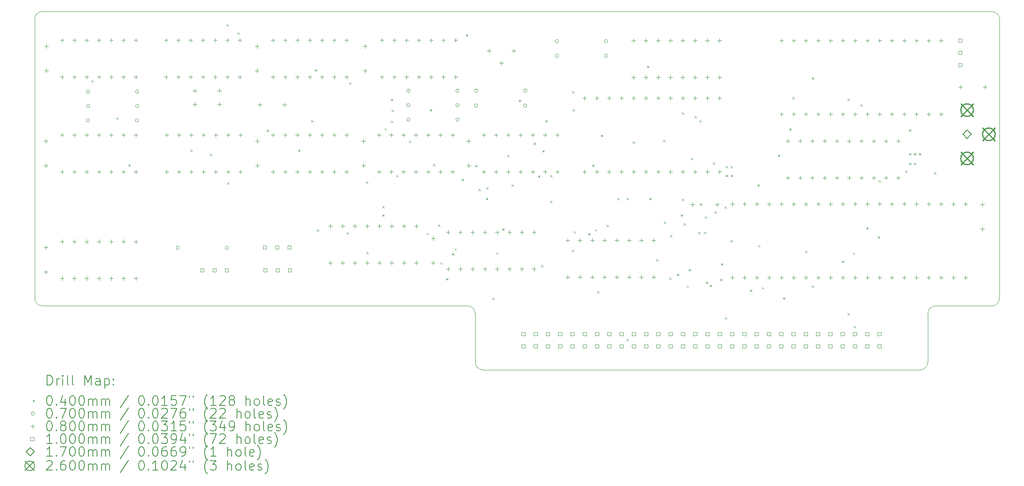
<source format=gbr>
%TF.GenerationSoftware,KiCad,Pcbnew,9.0.3*%
%TF.CreationDate,2025-12-15T21:45:09+00:00*%
%TF.ProjectId,TC02Mini,54433032-4d69-46e6-992e-6b696361645f,rev?*%
%TF.SameCoordinates,Original*%
%TF.FileFunction,Drillmap*%
%TF.FilePolarity,Positive*%
%FSLAX45Y45*%
G04 Gerber Fmt 4.5, Leading zero omitted, Abs format (unit mm)*
G04 Created by KiCad (PCBNEW 9.0.3) date 2025-12-15 21:45:09*
%MOMM*%
%LPD*%
G01*
G04 APERTURE LIST*
%ADD10C,0.050000*%
%ADD11C,0.200000*%
%ADD12C,0.100000*%
%ADD13C,0.170000*%
%ADD14C,0.260000*%
G04 APERTURE END LIST*
D10*
X24492450Y-6688997D02*
G75*
G02*
X24654453Y-6851000I0J-162003D01*
G01*
X23169453Y-12948550D02*
G75*
G02*
X23331456Y-12786543I162007J0D01*
G01*
X13969002Y-14112000D02*
X23007450Y-14112000D01*
X13643997Y-12785997D02*
G75*
G02*
X13806003Y-12948000I3J-162003D01*
G01*
X4693550Y-6851003D02*
G75*
G02*
X4855554Y-6689000I162000J3D01*
G01*
X24492450Y-6688997D02*
X4855554Y-6688997D01*
X13968003Y-14112003D02*
G75*
G02*
X13805997Y-13950000I-3J162003D01*
G01*
X13806000Y-12948000D02*
X13806000Y-13950000D01*
X24654453Y-12624544D02*
G75*
G02*
X24492450Y-12786543I-162003J4D01*
G01*
X23169453Y-13949997D02*
X23169453Y-12948550D01*
X4855554Y-12786003D02*
G75*
G02*
X4693547Y-12624000I-4J162003D01*
G01*
X4855550Y-12786003D02*
X13644000Y-12786003D01*
X24654453Y-12624544D02*
X24654453Y-6851000D01*
X23331456Y-12786547D02*
X24492450Y-12786547D01*
X23169453Y-13949997D02*
G75*
G02*
X23007450Y-14112003I-162003J-3D01*
G01*
X4693550Y-6851000D02*
X4693550Y-12624000D01*
D11*
D12*
X5865980Y-8109770D02*
X5905980Y-8149770D01*
X5905980Y-8109770D02*
X5865980Y-8149770D01*
X6383850Y-8882050D02*
X6423850Y-8922050D01*
X6423850Y-8882050D02*
X6383850Y-8922050D01*
X6631020Y-9857020D02*
X6671020Y-9897020D01*
X6671020Y-9857020D02*
X6631020Y-9897020D01*
X7913000Y-9553000D02*
X7953000Y-9593000D01*
X7953000Y-9553000D02*
X7913000Y-9593000D01*
X8318650Y-9638670D02*
X8358650Y-9678670D01*
X8358650Y-9638670D02*
X8318650Y-9678670D01*
X8658000Y-6951000D02*
X8698000Y-6991000D01*
X8698000Y-6951000D02*
X8658000Y-6991000D01*
X8675000Y-10228000D02*
X8715000Y-10268000D01*
X8715000Y-10228000D02*
X8675000Y-10268000D01*
X8888180Y-7122430D02*
X8928180Y-7162430D01*
X8928180Y-7122430D02*
X8888180Y-7162430D01*
X9492640Y-9137990D02*
X9532640Y-9177990D01*
X9532640Y-9137990D02*
X9492640Y-9177990D01*
X10145520Y-9552700D02*
X10185520Y-9592700D01*
X10185520Y-9552700D02*
X10145520Y-9592700D01*
X10414000Y-8942900D02*
X10454000Y-8982900D01*
X10454000Y-8942900D02*
X10414000Y-8982900D01*
X10491000Y-7888000D02*
X10531000Y-7928000D01*
X10531000Y-7888000D02*
X10491000Y-7928000D01*
X10529000Y-11203000D02*
X10569000Y-11243000D01*
X10569000Y-11203000D02*
X10529000Y-11243000D01*
X11149000Y-11264000D02*
X11189000Y-11304000D01*
X11189000Y-11264000D02*
X11149000Y-11304000D01*
X11201890Y-8154410D02*
X11241890Y-8194410D01*
X11241890Y-8154410D02*
X11201890Y-8194410D01*
X11547000Y-10213810D02*
X11587000Y-10253810D01*
X11587000Y-10213810D02*
X11547000Y-10253810D01*
X11554000Y-11669000D02*
X11594000Y-11709000D01*
X11594000Y-11669000D02*
X11554000Y-11709000D01*
X11886000Y-10722000D02*
X11926000Y-10762000D01*
X11926000Y-10722000D02*
X11886000Y-10762000D01*
X11886000Y-10892000D02*
X11926000Y-10932000D01*
X11926000Y-10892000D02*
X11886000Y-10932000D01*
X11932000Y-9107230D02*
X11972000Y-9147230D01*
X11972000Y-9107230D02*
X11932000Y-9147230D01*
X12061870Y-8495870D02*
X12101870Y-8535870D01*
X12101870Y-8495870D02*
X12061870Y-8535870D01*
X12065000Y-8947230D02*
X12105000Y-8987230D01*
X12105000Y-8947230D02*
X12065000Y-8987230D01*
X12081970Y-8718570D02*
X12121970Y-8758570D01*
X12121970Y-8718570D02*
X12081970Y-8758570D01*
X12172640Y-10076730D02*
X12212640Y-10116730D01*
X12212640Y-10076730D02*
X12172640Y-10116730D01*
X12439000Y-9363000D02*
X12479000Y-9403000D01*
X12479000Y-9363000D02*
X12439000Y-9403000D01*
X12803640Y-11274520D02*
X12843640Y-11314520D01*
X12843640Y-11274520D02*
X12803640Y-11314520D01*
X12871350Y-8713690D02*
X12911350Y-8753690D01*
X12911350Y-8713690D02*
X12871350Y-8753690D01*
X12933000Y-9849000D02*
X12973000Y-9889000D01*
X12973000Y-9849000D02*
X12933000Y-9889000D01*
X13039000Y-11100000D02*
X13079000Y-11140000D01*
X13079000Y-11100000D02*
X13039000Y-11140000D01*
X13083550Y-11883560D02*
X13123550Y-11923560D01*
X13123550Y-11883560D02*
X13083550Y-11923560D01*
X13204280Y-12214700D02*
X13244280Y-12254700D01*
X13244280Y-12214700D02*
X13204280Y-12254700D01*
X13322000Y-11698000D02*
X13362000Y-11738000D01*
X13362000Y-11698000D02*
X13322000Y-11738000D01*
X13379000Y-11596000D02*
X13419000Y-11636000D01*
X13419000Y-11596000D02*
X13379000Y-11636000D01*
X13527000Y-10156330D02*
X13567000Y-10196330D01*
X13567000Y-10156330D02*
X13527000Y-10196330D01*
X13618000Y-7161490D02*
X13658000Y-7201490D01*
X13658000Y-7161490D02*
X13618000Y-7201490D01*
X13806050Y-9869460D02*
X13846050Y-9909460D01*
X13846050Y-9869460D02*
X13806050Y-9909460D01*
X13877000Y-10363800D02*
X13917000Y-10403800D01*
X13917000Y-10363800D02*
X13877000Y-10403800D01*
X14031000Y-10553000D02*
X14071000Y-10593000D01*
X14071000Y-10553000D02*
X14031000Y-10593000D01*
X14036000Y-10328380D02*
X14076000Y-10368380D01*
X14076000Y-10328380D02*
X14036000Y-10368380D01*
X14161000Y-12615550D02*
X14201000Y-12655550D01*
X14201000Y-12615550D02*
X14161000Y-12655550D01*
X14243000Y-11680000D02*
X14283000Y-11720000D01*
X14283000Y-11680000D02*
X14243000Y-11720000D01*
X14368000Y-11182085D02*
X14408000Y-11222085D01*
X14408000Y-11182085D02*
X14368000Y-11222085D01*
X14469000Y-9663000D02*
X14509000Y-9703000D01*
X14509000Y-9663000D02*
X14469000Y-9703000D01*
X14559277Y-10268210D02*
X14599277Y-10308210D01*
X14599277Y-10268210D02*
X14559277Y-10308210D01*
X14709820Y-8518170D02*
X14749820Y-8558170D01*
X14749820Y-8518170D02*
X14709820Y-8558170D01*
X15014000Y-9409000D02*
X15054000Y-9449000D01*
X15054000Y-9409000D02*
X15014000Y-9449000D01*
X15108000Y-10087000D02*
X15148000Y-10127000D01*
X15148000Y-10087000D02*
X15108000Y-10127000D01*
X15170380Y-11937000D02*
X15210380Y-11977000D01*
X15210380Y-11937000D02*
X15170380Y-11977000D01*
X15198000Y-9563000D02*
X15238000Y-9603000D01*
X15238000Y-9563000D02*
X15198000Y-9603000D01*
X15258770Y-8938760D02*
X15298770Y-8978760D01*
X15298770Y-8938760D02*
X15258770Y-8978760D01*
X15356000Y-10076000D02*
X15396000Y-10116000D01*
X15396000Y-10076000D02*
X15356000Y-10116000D01*
X15356000Y-10608580D02*
X15396000Y-10648580D01*
X15396000Y-10608580D02*
X15356000Y-10648580D01*
X15805000Y-11625000D02*
X15845000Y-11665000D01*
X15845000Y-11625000D02*
X15805000Y-11665000D01*
X15817000Y-8340780D02*
X15857000Y-8380780D01*
X15857000Y-8340780D02*
X15817000Y-8380780D01*
X15824240Y-8712930D02*
X15864240Y-8752930D01*
X15864240Y-8712930D02*
X15824240Y-8752930D01*
X15844340Y-11240040D02*
X15884340Y-11280040D01*
X15884340Y-11240040D02*
X15844340Y-11280040D01*
X16142992Y-11282739D02*
X16182992Y-11322739D01*
X16182992Y-11282739D02*
X16142992Y-11322739D01*
X16228480Y-9859020D02*
X16268480Y-9899020D01*
X16268480Y-9859020D02*
X16228480Y-9899020D01*
X16284527Y-11198000D02*
X16324527Y-11238000D01*
X16324527Y-11198000D02*
X16284527Y-11238000D01*
X16333069Y-12480931D02*
X16373069Y-12520931D01*
X16373069Y-12480931D02*
X16333069Y-12520931D01*
X16408090Y-9241280D02*
X16448090Y-9281280D01*
X16448090Y-9241280D02*
X16408090Y-9281280D01*
X16527280Y-11107890D02*
X16567280Y-11147890D01*
X16567280Y-11107890D02*
X16527280Y-11147890D01*
X16748000Y-10548480D02*
X16788000Y-10588480D01*
X16788000Y-10548480D02*
X16748000Y-10588480D01*
X16940000Y-10548830D02*
X16980000Y-10588830D01*
X16980000Y-10548830D02*
X16940000Y-10588830D01*
X16940010Y-13473260D02*
X16980010Y-13513260D01*
X16980010Y-13473260D02*
X16940010Y-13513260D01*
X17066000Y-9383000D02*
X17106000Y-9423000D01*
X17106000Y-9383000D02*
X17066000Y-9423000D01*
X17359150Y-7817330D02*
X17399150Y-7857330D01*
X17399150Y-7817330D02*
X17359150Y-7857330D01*
X17411000Y-10548900D02*
X17451000Y-10588900D01*
X17451000Y-10548900D02*
X17411000Y-10588900D01*
X17549580Y-11818880D02*
X17589580Y-11858880D01*
X17589580Y-11818880D02*
X17549580Y-11858880D01*
X17696430Y-9350000D02*
X17736430Y-9390000D01*
X17736430Y-9350000D02*
X17696430Y-9390000D01*
X17713360Y-11043010D02*
X17753360Y-11083010D01*
X17753360Y-11043010D02*
X17713360Y-11083010D01*
X17820340Y-12203000D02*
X17860340Y-12243000D01*
X17860340Y-12203000D02*
X17820340Y-12243000D01*
X17839651Y-11323520D02*
X17879651Y-11363520D01*
X17879651Y-11323520D02*
X17839651Y-11363520D01*
X17983000Y-12121000D02*
X18023000Y-12161000D01*
X18023000Y-12121000D02*
X17983000Y-12161000D01*
X18060203Y-10893000D02*
X18100203Y-10933000D01*
X18100203Y-10893000D02*
X18060203Y-10933000D01*
X18080753Y-10566820D02*
X18120753Y-10606820D01*
X18120753Y-10566820D02*
X18080753Y-10606820D01*
X18083000Y-8778580D02*
X18123000Y-8818580D01*
X18123000Y-8778580D02*
X18083000Y-8818580D01*
X18119000Y-11076000D02*
X18159000Y-11116000D01*
X18159000Y-11076000D02*
X18119000Y-11116000D01*
X18179750Y-12366000D02*
X18219750Y-12406000D01*
X18219750Y-12366000D02*
X18179750Y-12406000D01*
X18223809Y-12022672D02*
X18263809Y-12062672D01*
X18263809Y-12022672D02*
X18223809Y-12062672D01*
X18266490Y-9722440D02*
X18306490Y-9762440D01*
X18306490Y-9722440D02*
X18266490Y-9762440D01*
X18346490Y-8858580D02*
X18386490Y-8898580D01*
X18386490Y-8858580D02*
X18346490Y-8898580D01*
X18424595Y-11250502D02*
X18464595Y-11290502D01*
X18464595Y-11250502D02*
X18424595Y-11290502D01*
X18449000Y-8938760D02*
X18489000Y-8978760D01*
X18489000Y-8938760D02*
X18449000Y-8978760D01*
X18458000Y-10664000D02*
X18498000Y-10704000D01*
X18498000Y-10664000D02*
X18458000Y-10704000D01*
X18537430Y-11250200D02*
X18577430Y-11290200D01*
X18577430Y-11250200D02*
X18537430Y-11290200D01*
X18559000Y-10932180D02*
X18599000Y-10972180D01*
X18599000Y-10932180D02*
X18559000Y-10972180D01*
X18579000Y-12283000D02*
X18619000Y-12323000D01*
X18619000Y-12283000D02*
X18579000Y-12323000D01*
X18658900Y-12349243D02*
X18698900Y-12389243D01*
X18698900Y-12349243D02*
X18658900Y-12389243D01*
X18728197Y-9814060D02*
X18768197Y-9854060D01*
X18768197Y-9814060D02*
X18728197Y-9854060D01*
X18759650Y-10831870D02*
X18799650Y-10871870D01*
X18799650Y-10831870D02*
X18759650Y-10871870D01*
X18876000Y-12224280D02*
X18916000Y-12264280D01*
X18916000Y-12224280D02*
X18876000Y-12264280D01*
X18892576Y-11905424D02*
X18932576Y-11945424D01*
X18932576Y-11905424D02*
X18892576Y-11945424D01*
X18962180Y-10727040D02*
X19002180Y-10767040D01*
X19002180Y-10727040D02*
X18962180Y-10767040D01*
X18971000Y-13023000D02*
X19011000Y-13063000D01*
X19011000Y-13023000D02*
X18971000Y-13063000D01*
X18987000Y-10072200D02*
X19027000Y-10112200D01*
X19027000Y-10072200D02*
X18987000Y-10112200D01*
X18989000Y-9889230D02*
X19029000Y-9929230D01*
X19029000Y-9889230D02*
X18989000Y-9929230D01*
X19088000Y-10072200D02*
X19128000Y-10112200D01*
X19128000Y-10072200D02*
X19088000Y-10112200D01*
X19089000Y-9889230D02*
X19129000Y-9929230D01*
X19129000Y-9889230D02*
X19089000Y-9929230D01*
X19091000Y-11423710D02*
X19131000Y-11463710D01*
X19131000Y-11423710D02*
X19091000Y-11463710D01*
X19490000Y-12451000D02*
X19530000Y-12491000D01*
X19530000Y-12451000D02*
X19490000Y-12491000D01*
X19645000Y-10269860D02*
X19685000Y-10309860D01*
X19685000Y-10269860D02*
X19645000Y-10309860D01*
X19661500Y-11527000D02*
X19701500Y-11567000D01*
X19701500Y-11527000D02*
X19661500Y-11567000D01*
X19739000Y-12400000D02*
X19779000Y-12440000D01*
X19779000Y-12400000D02*
X19739000Y-12440000D01*
X20069000Y-9654060D02*
X20109000Y-9694060D01*
X20109000Y-9654060D02*
X20069000Y-9694060D01*
X20176330Y-12612000D02*
X20216330Y-12652000D01*
X20216330Y-12612000D02*
X20176330Y-12652000D01*
X20305000Y-9111000D02*
X20345000Y-9151000D01*
X20345000Y-9111000D02*
X20305000Y-9151000D01*
X20372000Y-8456000D02*
X20412000Y-8496000D01*
X20412000Y-8456000D02*
X20372000Y-8496000D01*
X20629000Y-11641000D02*
X20669000Y-11681000D01*
X20669000Y-11641000D02*
X20629000Y-11681000D01*
X20766000Y-12363650D02*
X20806000Y-12403650D01*
X20806000Y-12363650D02*
X20766000Y-12403650D01*
X20772000Y-8054000D02*
X20812000Y-8094000D01*
X20812000Y-8054000D02*
X20772000Y-8094000D01*
X21392000Y-11849000D02*
X21432000Y-11889000D01*
X21432000Y-11849000D02*
X21392000Y-11889000D01*
X21512000Y-12939000D02*
X21552000Y-12979000D01*
X21552000Y-12939000D02*
X21512000Y-12979000D01*
X21513250Y-8490400D02*
X21553250Y-8530400D01*
X21553250Y-8490400D02*
X21513250Y-8530400D01*
X21618000Y-11680000D02*
X21658000Y-11720000D01*
X21658000Y-11680000D02*
X21618000Y-11720000D01*
X21637995Y-13201253D02*
X21677995Y-13241253D01*
X21677995Y-13201253D02*
X21637995Y-13241253D01*
X21775000Y-8611000D02*
X21815000Y-8651000D01*
X21815000Y-8611000D02*
X21775000Y-8651000D01*
X21897060Y-11160600D02*
X21937060Y-11200600D01*
X21937060Y-11160600D02*
X21897060Y-11200600D01*
X22134590Y-11343710D02*
X22174590Y-11383710D01*
X22174590Y-11343710D02*
X22134590Y-11383710D01*
X22156000Y-10183750D02*
X22196000Y-10223750D01*
X22196000Y-10183750D02*
X22156000Y-10223750D01*
X22707980Y-9985540D02*
X22747980Y-10025540D01*
X22747980Y-9985540D02*
X22707980Y-10025540D01*
X22781000Y-9826000D02*
X22821000Y-9866000D01*
X22821000Y-9826000D02*
X22781000Y-9866000D01*
X22783000Y-9131000D02*
X22823000Y-9171000D01*
X22823000Y-9131000D02*
X22783000Y-9171000D01*
X22783113Y-9622250D02*
X22823113Y-9662250D01*
X22823113Y-9622250D02*
X22783113Y-9662250D01*
X22880908Y-9821703D02*
X22920908Y-9861703D01*
X22920908Y-9821703D02*
X22880908Y-9861703D01*
X22883113Y-9622250D02*
X22923113Y-9662250D01*
X22923113Y-9622250D02*
X22883113Y-9662250D01*
X22983113Y-9622250D02*
X23023113Y-9662250D01*
X23023113Y-9622250D02*
X22983113Y-9662250D01*
X23301000Y-10019000D02*
X23341000Y-10059000D01*
X23341000Y-10019000D02*
X23301000Y-10059000D01*
X5830000Y-8348000D02*
G75*
G02*
X5760000Y-8348000I-35000J0D01*
G01*
X5760000Y-8348000D02*
G75*
G02*
X5830000Y-8348000I35000J0D01*
G01*
X5830000Y-8943000D02*
G75*
G02*
X5760000Y-8943000I-35000J0D01*
G01*
X5760000Y-8943000D02*
G75*
G02*
X5830000Y-8943000I35000J0D01*
G01*
X5834000Y-8646000D02*
G75*
G02*
X5764000Y-8646000I-35000J0D01*
G01*
X5764000Y-8646000D02*
G75*
G02*
X5834000Y-8646000I35000J0D01*
G01*
X6846000Y-8348000D02*
G75*
G02*
X6776000Y-8348000I-35000J0D01*
G01*
X6776000Y-8348000D02*
G75*
G02*
X6846000Y-8348000I35000J0D01*
G01*
X6846000Y-8943000D02*
G75*
G02*
X6776000Y-8943000I-35000J0D01*
G01*
X6776000Y-8943000D02*
G75*
G02*
X6846000Y-8943000I35000J0D01*
G01*
X6850000Y-8646000D02*
G75*
G02*
X6780000Y-8646000I-35000J0D01*
G01*
X6780000Y-8646000D02*
G75*
G02*
X6850000Y-8646000I35000J0D01*
G01*
X7687000Y-11583000D02*
G75*
G02*
X7617000Y-11583000I-35000J0D01*
G01*
X7617000Y-11583000D02*
G75*
G02*
X7687000Y-11583000I35000J0D01*
G01*
X8703000Y-11583000D02*
G75*
G02*
X8633000Y-11583000I-35000J0D01*
G01*
X8633000Y-11583000D02*
G75*
G02*
X8703000Y-11583000I35000J0D01*
G01*
X12459000Y-8330000D02*
G75*
G02*
X12389000Y-8330000I-35000J0D01*
G01*
X12389000Y-8330000D02*
G75*
G02*
X12459000Y-8330000I35000J0D01*
G01*
X12459000Y-8630000D02*
G75*
G02*
X12389000Y-8630000I-35000J0D01*
G01*
X12389000Y-8630000D02*
G75*
G02*
X12459000Y-8630000I35000J0D01*
G01*
X12460000Y-8929000D02*
G75*
G02*
X12390000Y-8929000I-35000J0D01*
G01*
X12390000Y-8929000D02*
G75*
G02*
X12460000Y-8929000I35000J0D01*
G01*
X13475000Y-8330000D02*
G75*
G02*
X13405000Y-8330000I-35000J0D01*
G01*
X13405000Y-8330000D02*
G75*
G02*
X13475000Y-8330000I35000J0D01*
G01*
X13475000Y-8630000D02*
G75*
G02*
X13405000Y-8630000I-35000J0D01*
G01*
X13405000Y-8630000D02*
G75*
G02*
X13475000Y-8630000I35000J0D01*
G01*
X13476000Y-8929000D02*
G75*
G02*
X13406000Y-8929000I-35000J0D01*
G01*
X13406000Y-8929000D02*
G75*
G02*
X13476000Y-8929000I35000J0D01*
G01*
X13859000Y-8636000D02*
G75*
G02*
X13789000Y-8636000I-35000J0D01*
G01*
X13789000Y-8636000D02*
G75*
G02*
X13859000Y-8636000I35000J0D01*
G01*
X13863000Y-8329000D02*
G75*
G02*
X13793000Y-8329000I-35000J0D01*
G01*
X13793000Y-8329000D02*
G75*
G02*
X13863000Y-8329000I35000J0D01*
G01*
X14875000Y-8636000D02*
G75*
G02*
X14805000Y-8636000I-35000J0D01*
G01*
X14805000Y-8636000D02*
G75*
G02*
X14875000Y-8636000I35000J0D01*
G01*
X14879000Y-8329000D02*
G75*
G02*
X14809000Y-8329000I-35000J0D01*
G01*
X14809000Y-8329000D02*
G75*
G02*
X14879000Y-8329000I35000J0D01*
G01*
X15533000Y-7304000D02*
G75*
G02*
X15463000Y-7304000I-35000J0D01*
G01*
X15463000Y-7304000D02*
G75*
G02*
X15533000Y-7304000I35000J0D01*
G01*
X15533000Y-7606000D02*
G75*
G02*
X15463000Y-7606000I-35000J0D01*
G01*
X15463000Y-7606000D02*
G75*
G02*
X15533000Y-7606000I35000J0D01*
G01*
X16549000Y-7304000D02*
G75*
G02*
X16479000Y-7304000I-35000J0D01*
G01*
X16479000Y-7304000D02*
G75*
G02*
X16549000Y-7304000I35000J0D01*
G01*
X16549000Y-7606000D02*
G75*
G02*
X16479000Y-7606000I-35000J0D01*
G01*
X16479000Y-7606000D02*
G75*
G02*
X16549000Y-7606000I35000J0D01*
G01*
X4926000Y-11536750D02*
X4926000Y-11616750D01*
X4886000Y-11576750D02*
X4966000Y-11576750D01*
X4926000Y-12044750D02*
X4926000Y-12124750D01*
X4886000Y-12084750D02*
X4966000Y-12084750D01*
X4926350Y-9332000D02*
X4926350Y-9412000D01*
X4886350Y-9372000D02*
X4966350Y-9372000D01*
X4926350Y-9840000D02*
X4926350Y-9920000D01*
X4886350Y-9880000D02*
X4966350Y-9880000D01*
X4935250Y-7368000D02*
X4935250Y-7448000D01*
X4895250Y-7408000D02*
X4975250Y-7408000D01*
X4935250Y-7876000D02*
X4935250Y-7956000D01*
X4895250Y-7916000D02*
X4975250Y-7916000D01*
X5260500Y-7245000D02*
X5260500Y-7325000D01*
X5220500Y-7285000D02*
X5300500Y-7285000D01*
X5260500Y-8007000D02*
X5260500Y-8087000D01*
X5220500Y-8047000D02*
X5300500Y-8047000D01*
X5260500Y-11413750D02*
X5260500Y-11493750D01*
X5220500Y-11453750D02*
X5300500Y-11453750D01*
X5260500Y-12175750D02*
X5260500Y-12255750D01*
X5220500Y-12215750D02*
X5300500Y-12215750D01*
X5260850Y-9209000D02*
X5260850Y-9289000D01*
X5220850Y-9249000D02*
X5300850Y-9249000D01*
X5260850Y-9971000D02*
X5260850Y-10051000D01*
X5220850Y-10011000D02*
X5300850Y-10011000D01*
X5514500Y-7245000D02*
X5514500Y-7325000D01*
X5474500Y-7285000D02*
X5554500Y-7285000D01*
X5514500Y-8007000D02*
X5514500Y-8087000D01*
X5474500Y-8047000D02*
X5554500Y-8047000D01*
X5514500Y-11413750D02*
X5514500Y-11493750D01*
X5474500Y-11453750D02*
X5554500Y-11453750D01*
X5514500Y-12175750D02*
X5514500Y-12255750D01*
X5474500Y-12215750D02*
X5554500Y-12215750D01*
X5514850Y-9209000D02*
X5514850Y-9289000D01*
X5474850Y-9249000D02*
X5554850Y-9249000D01*
X5514850Y-9971000D02*
X5514850Y-10051000D01*
X5474850Y-10011000D02*
X5554850Y-10011000D01*
X5768500Y-7245000D02*
X5768500Y-7325000D01*
X5728500Y-7285000D02*
X5808500Y-7285000D01*
X5768500Y-8007000D02*
X5768500Y-8087000D01*
X5728500Y-8047000D02*
X5808500Y-8047000D01*
X5768500Y-11413750D02*
X5768500Y-11493750D01*
X5728500Y-11453750D02*
X5808500Y-11453750D01*
X5768500Y-12175750D02*
X5768500Y-12255750D01*
X5728500Y-12215750D02*
X5808500Y-12215750D01*
X5768850Y-9209000D02*
X5768850Y-9289000D01*
X5728850Y-9249000D02*
X5808850Y-9249000D01*
X5768850Y-9971000D02*
X5768850Y-10051000D01*
X5728850Y-10011000D02*
X5808850Y-10011000D01*
X6022500Y-7245000D02*
X6022500Y-7325000D01*
X5982500Y-7285000D02*
X6062500Y-7285000D01*
X6022500Y-8007000D02*
X6022500Y-8087000D01*
X5982500Y-8047000D02*
X6062500Y-8047000D01*
X6022500Y-11413750D02*
X6022500Y-11493750D01*
X5982500Y-11453750D02*
X6062500Y-11453750D01*
X6022500Y-12175750D02*
X6022500Y-12255750D01*
X5982500Y-12215750D02*
X6062500Y-12215750D01*
X6022850Y-9209000D02*
X6022850Y-9289000D01*
X5982850Y-9249000D02*
X6062850Y-9249000D01*
X6022850Y-9971000D02*
X6022850Y-10051000D01*
X5982850Y-10011000D02*
X6062850Y-10011000D01*
X6276500Y-7245000D02*
X6276500Y-7325000D01*
X6236500Y-7285000D02*
X6316500Y-7285000D01*
X6276500Y-8007000D02*
X6276500Y-8087000D01*
X6236500Y-8047000D02*
X6316500Y-8047000D01*
X6276500Y-11413750D02*
X6276500Y-11493750D01*
X6236500Y-11453750D02*
X6316500Y-11453750D01*
X6276500Y-12175750D02*
X6276500Y-12255750D01*
X6236500Y-12215750D02*
X6316500Y-12215750D01*
X6276850Y-9209000D02*
X6276850Y-9289000D01*
X6236850Y-9249000D02*
X6316850Y-9249000D01*
X6276850Y-9971000D02*
X6276850Y-10051000D01*
X6236850Y-10011000D02*
X6316850Y-10011000D01*
X6530500Y-7245000D02*
X6530500Y-7325000D01*
X6490500Y-7285000D02*
X6570500Y-7285000D01*
X6530500Y-8007000D02*
X6530500Y-8087000D01*
X6490500Y-8047000D02*
X6570500Y-8047000D01*
X6530500Y-11413750D02*
X6530500Y-11493750D01*
X6490500Y-11453750D02*
X6570500Y-11453750D01*
X6530500Y-12175750D02*
X6530500Y-12255750D01*
X6490500Y-12215750D02*
X6570500Y-12215750D01*
X6530850Y-9209000D02*
X6530850Y-9289000D01*
X6490850Y-9249000D02*
X6570850Y-9249000D01*
X6530850Y-9971000D02*
X6530850Y-10051000D01*
X6490850Y-10011000D02*
X6570850Y-10011000D01*
X6784500Y-7245000D02*
X6784500Y-7325000D01*
X6744500Y-7285000D02*
X6824500Y-7285000D01*
X6784500Y-8007000D02*
X6784500Y-8087000D01*
X6744500Y-8047000D02*
X6824500Y-8047000D01*
X6784500Y-11413750D02*
X6784500Y-11493750D01*
X6744500Y-11453750D02*
X6824500Y-11453750D01*
X6784500Y-12175750D02*
X6784500Y-12255750D01*
X6744500Y-12215750D02*
X6824500Y-12215750D01*
X6784850Y-9209000D02*
X6784850Y-9289000D01*
X6744850Y-9249000D02*
X6824850Y-9249000D01*
X6784850Y-9971000D02*
X6784850Y-10051000D01*
X6744850Y-10011000D02*
X6824850Y-10011000D01*
X7412000Y-7245000D02*
X7412000Y-7325000D01*
X7372000Y-7285000D02*
X7452000Y-7285000D01*
X7412000Y-8007000D02*
X7412000Y-8087000D01*
X7372000Y-8047000D02*
X7452000Y-8047000D01*
X7424600Y-9209000D02*
X7424600Y-9289000D01*
X7384600Y-9249000D02*
X7464600Y-9249000D01*
X7424600Y-9971000D02*
X7424600Y-10051000D01*
X7384600Y-10011000D02*
X7464600Y-10011000D01*
X7666000Y-7245000D02*
X7666000Y-7325000D01*
X7626000Y-7285000D02*
X7706000Y-7285000D01*
X7666000Y-8007000D02*
X7666000Y-8087000D01*
X7626000Y-8047000D02*
X7706000Y-8047000D01*
X7678600Y-9209000D02*
X7678600Y-9289000D01*
X7638600Y-9249000D02*
X7718600Y-9249000D01*
X7678600Y-9971000D02*
X7678600Y-10051000D01*
X7638600Y-10011000D02*
X7718600Y-10011000D01*
X7920000Y-7245000D02*
X7920000Y-7325000D01*
X7880000Y-7285000D02*
X7960000Y-7285000D01*
X7920000Y-8007000D02*
X7920000Y-8087000D01*
X7880000Y-8047000D02*
X7960000Y-8047000D01*
X7932600Y-9209000D02*
X7932600Y-9289000D01*
X7892600Y-9249000D02*
X7972600Y-9249000D01*
X7932600Y-9971000D02*
X7932600Y-10051000D01*
X7892600Y-10011000D02*
X7972600Y-10011000D01*
X8007000Y-8288000D02*
X8007000Y-8368000D01*
X7967000Y-8328000D02*
X8047000Y-8328000D01*
X8007000Y-8570000D02*
X8007000Y-8650000D01*
X7967000Y-8610000D02*
X8047000Y-8610000D01*
X8174000Y-7245000D02*
X8174000Y-7325000D01*
X8134000Y-7285000D02*
X8214000Y-7285000D01*
X8174000Y-8007000D02*
X8174000Y-8087000D01*
X8134000Y-8047000D02*
X8214000Y-8047000D01*
X8186600Y-9209000D02*
X8186600Y-9289000D01*
X8146600Y-9249000D02*
X8226600Y-9249000D01*
X8186600Y-9971000D02*
X8186600Y-10051000D01*
X8146600Y-10011000D02*
X8226600Y-10011000D01*
X8428000Y-7245000D02*
X8428000Y-7325000D01*
X8388000Y-7285000D02*
X8468000Y-7285000D01*
X8428000Y-8007000D02*
X8428000Y-8087000D01*
X8388000Y-8047000D02*
X8468000Y-8047000D01*
X8440600Y-9209000D02*
X8440600Y-9289000D01*
X8400600Y-9249000D02*
X8480600Y-9249000D01*
X8440600Y-9971000D02*
X8440600Y-10051000D01*
X8400600Y-10011000D02*
X8480600Y-10011000D01*
X8515000Y-8288000D02*
X8515000Y-8368000D01*
X8475000Y-8328000D02*
X8555000Y-8328000D01*
X8515000Y-8570000D02*
X8515000Y-8650000D01*
X8475000Y-8610000D02*
X8555000Y-8610000D01*
X8682000Y-7245000D02*
X8682000Y-7325000D01*
X8642000Y-7285000D02*
X8722000Y-7285000D01*
X8682000Y-8007000D02*
X8682000Y-8087000D01*
X8642000Y-8047000D02*
X8722000Y-8047000D01*
X8694600Y-9209000D02*
X8694600Y-9289000D01*
X8654600Y-9249000D02*
X8734600Y-9249000D01*
X8694600Y-9971000D02*
X8694600Y-10051000D01*
X8654600Y-10011000D02*
X8734600Y-10011000D01*
X8936000Y-7245000D02*
X8936000Y-7325000D01*
X8896000Y-7285000D02*
X8976000Y-7285000D01*
X8936000Y-8007000D02*
X8936000Y-8087000D01*
X8896000Y-8047000D02*
X8976000Y-8047000D01*
X8948600Y-9209000D02*
X8948600Y-9289000D01*
X8908600Y-9249000D02*
X8988600Y-9249000D01*
X8948600Y-9971000D02*
X8948600Y-10051000D01*
X8908600Y-10011000D02*
X8988600Y-10011000D01*
X9291000Y-7368000D02*
X9291000Y-7448000D01*
X9251000Y-7408000D02*
X9331000Y-7408000D01*
X9291000Y-7876000D02*
X9291000Y-7956000D01*
X9251000Y-7916000D02*
X9331000Y-7916000D01*
X9298600Y-9332000D02*
X9298600Y-9412000D01*
X9258600Y-9372000D02*
X9338600Y-9372000D01*
X9298600Y-9840000D02*
X9298600Y-9920000D01*
X9258600Y-9880000D02*
X9338600Y-9880000D01*
X9352000Y-8579000D02*
X9352000Y-8659000D01*
X9312000Y-8619000D02*
X9392000Y-8619000D01*
X9620250Y-7245000D02*
X9620250Y-7325000D01*
X9580250Y-7285000D02*
X9660250Y-7285000D01*
X9620250Y-8007000D02*
X9620250Y-8087000D01*
X9580250Y-8047000D02*
X9660250Y-8047000D01*
X9621600Y-9209000D02*
X9621600Y-9289000D01*
X9581600Y-9249000D02*
X9661600Y-9249000D01*
X9621600Y-9971000D02*
X9621600Y-10051000D01*
X9581600Y-10011000D02*
X9661600Y-10011000D01*
X9860000Y-8579000D02*
X9860000Y-8659000D01*
X9820000Y-8619000D02*
X9900000Y-8619000D01*
X9874250Y-7245000D02*
X9874250Y-7325000D01*
X9834250Y-7285000D02*
X9914250Y-7285000D01*
X9874250Y-8007000D02*
X9874250Y-8087000D01*
X9834250Y-8047000D02*
X9914250Y-8047000D01*
X9875600Y-9209000D02*
X9875600Y-9289000D01*
X9835600Y-9249000D02*
X9915600Y-9249000D01*
X9875600Y-9971000D02*
X9875600Y-10051000D01*
X9835600Y-10011000D02*
X9915600Y-10011000D01*
X10128250Y-7245000D02*
X10128250Y-7325000D01*
X10088250Y-7285000D02*
X10168250Y-7285000D01*
X10128250Y-8007000D02*
X10128250Y-8087000D01*
X10088250Y-8047000D02*
X10168250Y-8047000D01*
X10129600Y-9209000D02*
X10129600Y-9289000D01*
X10089600Y-9249000D02*
X10169600Y-9249000D01*
X10129600Y-9971000D02*
X10129600Y-10051000D01*
X10089600Y-10011000D02*
X10169600Y-10011000D01*
X10382250Y-7245000D02*
X10382250Y-7325000D01*
X10342250Y-7285000D02*
X10422250Y-7285000D01*
X10382250Y-8007000D02*
X10382250Y-8087000D01*
X10342250Y-8047000D02*
X10422250Y-8047000D01*
X10383600Y-9209000D02*
X10383600Y-9289000D01*
X10343600Y-9249000D02*
X10423600Y-9249000D01*
X10383600Y-9971000D02*
X10383600Y-10051000D01*
X10343600Y-10011000D02*
X10423600Y-10011000D01*
X10636250Y-7245000D02*
X10636250Y-7325000D01*
X10596250Y-7285000D02*
X10676250Y-7285000D01*
X10636250Y-8007000D02*
X10636250Y-8087000D01*
X10596250Y-8047000D02*
X10676250Y-8047000D01*
X10637600Y-9209000D02*
X10637600Y-9289000D01*
X10597600Y-9249000D02*
X10677600Y-9249000D01*
X10637600Y-9971000D02*
X10637600Y-10051000D01*
X10597600Y-10011000D02*
X10677600Y-10011000D01*
X10810000Y-11093000D02*
X10810000Y-11173000D01*
X10770000Y-11133000D02*
X10850000Y-11133000D01*
X10810000Y-11855000D02*
X10810000Y-11935000D01*
X10770000Y-11895000D02*
X10850000Y-11895000D01*
X10890250Y-7245000D02*
X10890250Y-7325000D01*
X10850250Y-7285000D02*
X10930250Y-7285000D01*
X10890250Y-8007000D02*
X10890250Y-8087000D01*
X10850250Y-8047000D02*
X10930250Y-8047000D01*
X10891600Y-9209000D02*
X10891600Y-9289000D01*
X10851600Y-9249000D02*
X10931600Y-9249000D01*
X10891600Y-9971000D02*
X10891600Y-10051000D01*
X10851600Y-10011000D02*
X10931600Y-10011000D01*
X11064000Y-11093000D02*
X11064000Y-11173000D01*
X11024000Y-11133000D02*
X11104000Y-11133000D01*
X11064000Y-11855000D02*
X11064000Y-11935000D01*
X11024000Y-11895000D02*
X11104000Y-11895000D01*
X11144250Y-7245000D02*
X11144250Y-7325000D01*
X11104250Y-7285000D02*
X11184250Y-7285000D01*
X11144250Y-8007000D02*
X11144250Y-8087000D01*
X11104250Y-8047000D02*
X11184250Y-8047000D01*
X11145600Y-9209000D02*
X11145600Y-9289000D01*
X11105600Y-9249000D02*
X11185600Y-9249000D01*
X11145600Y-9971000D02*
X11145600Y-10051000D01*
X11105600Y-10011000D02*
X11185600Y-10011000D01*
X11318000Y-11093000D02*
X11318000Y-11173000D01*
X11278000Y-11133000D02*
X11358000Y-11133000D01*
X11318000Y-11855000D02*
X11318000Y-11935000D01*
X11278000Y-11895000D02*
X11358000Y-11895000D01*
X11493600Y-9332000D02*
X11493600Y-9412000D01*
X11453600Y-9372000D02*
X11533600Y-9372000D01*
X11493600Y-9840000D02*
X11493600Y-9920000D01*
X11453600Y-9880000D02*
X11533600Y-9880000D01*
X11526500Y-7368000D02*
X11526500Y-7448000D01*
X11486500Y-7408000D02*
X11566500Y-7408000D01*
X11526500Y-7876000D02*
X11526500Y-7956000D01*
X11486500Y-7916000D02*
X11566500Y-7916000D01*
X11572000Y-11093000D02*
X11572000Y-11173000D01*
X11532000Y-11133000D02*
X11612000Y-11133000D01*
X11572000Y-11855000D02*
X11572000Y-11935000D01*
X11532000Y-11895000D02*
X11612000Y-11895000D01*
X11817600Y-9209000D02*
X11817600Y-9289000D01*
X11777600Y-9249000D02*
X11857600Y-9249000D01*
X11817600Y-9971000D02*
X11817600Y-10051000D01*
X11777600Y-10011000D02*
X11857600Y-10011000D01*
X11826000Y-11093000D02*
X11826000Y-11173000D01*
X11786000Y-11133000D02*
X11866000Y-11133000D01*
X11826000Y-11855000D02*
X11826000Y-11935000D01*
X11786000Y-11895000D02*
X11866000Y-11895000D01*
X11879000Y-7245000D02*
X11879000Y-7325000D01*
X11839000Y-7285000D02*
X11919000Y-7285000D01*
X11879000Y-8007000D02*
X11879000Y-8087000D01*
X11839000Y-8047000D02*
X11919000Y-8047000D01*
X12071600Y-9209000D02*
X12071600Y-9289000D01*
X12031600Y-9249000D02*
X12111600Y-9249000D01*
X12071600Y-9971000D02*
X12071600Y-10051000D01*
X12031600Y-10011000D02*
X12111600Y-10011000D01*
X12080000Y-11093000D02*
X12080000Y-11173000D01*
X12040000Y-11133000D02*
X12120000Y-11133000D01*
X12080000Y-11855000D02*
X12080000Y-11935000D01*
X12040000Y-11895000D02*
X12120000Y-11895000D01*
X12133000Y-7245000D02*
X12133000Y-7325000D01*
X12093000Y-7285000D02*
X12173000Y-7285000D01*
X12133000Y-8007000D02*
X12133000Y-8087000D01*
X12093000Y-8047000D02*
X12173000Y-8047000D01*
X12325600Y-9209000D02*
X12325600Y-9289000D01*
X12285600Y-9249000D02*
X12365600Y-9249000D01*
X12325600Y-9971000D02*
X12325600Y-10051000D01*
X12285600Y-10011000D02*
X12365600Y-10011000D01*
X12334000Y-11093000D02*
X12334000Y-11173000D01*
X12294000Y-11133000D02*
X12374000Y-11133000D01*
X12334000Y-11855000D02*
X12334000Y-11935000D01*
X12294000Y-11895000D02*
X12374000Y-11895000D01*
X12387000Y-7245000D02*
X12387000Y-7325000D01*
X12347000Y-7285000D02*
X12427000Y-7285000D01*
X12387000Y-8007000D02*
X12387000Y-8087000D01*
X12347000Y-8047000D02*
X12427000Y-8047000D01*
X12579600Y-9209000D02*
X12579600Y-9289000D01*
X12539600Y-9249000D02*
X12619600Y-9249000D01*
X12579600Y-9971000D02*
X12579600Y-10051000D01*
X12539600Y-10011000D02*
X12619600Y-10011000D01*
X12588000Y-11093000D02*
X12588000Y-11173000D01*
X12548000Y-11133000D02*
X12628000Y-11133000D01*
X12588000Y-11855000D02*
X12588000Y-11935000D01*
X12548000Y-11895000D02*
X12628000Y-11895000D01*
X12641000Y-7245000D02*
X12641000Y-7325000D01*
X12601000Y-7285000D02*
X12681000Y-7285000D01*
X12641000Y-8007000D02*
X12641000Y-8087000D01*
X12601000Y-8047000D02*
X12681000Y-8047000D01*
X12833600Y-9209000D02*
X12833600Y-9289000D01*
X12793600Y-9249000D02*
X12873600Y-9249000D01*
X12833600Y-9971000D02*
X12833600Y-10051000D01*
X12793600Y-10011000D02*
X12873600Y-10011000D01*
X12895000Y-7245000D02*
X12895000Y-7325000D01*
X12855000Y-7285000D02*
X12935000Y-7285000D01*
X12895000Y-8007000D02*
X12895000Y-8087000D01*
X12855000Y-8047000D02*
X12935000Y-8047000D01*
X12937500Y-11348500D02*
X12937500Y-11428500D01*
X12897500Y-11388500D02*
X12977500Y-11388500D01*
X12937500Y-11856500D02*
X12937500Y-11936500D01*
X12897500Y-11896500D02*
X12977500Y-11896500D01*
X13087600Y-9209000D02*
X13087600Y-9289000D01*
X13047600Y-9249000D02*
X13127600Y-9249000D01*
X13087600Y-9971000D02*
X13087600Y-10051000D01*
X13047600Y-10011000D02*
X13127600Y-10011000D01*
X13149000Y-7245000D02*
X13149000Y-7325000D01*
X13109000Y-7285000D02*
X13189000Y-7285000D01*
X13149000Y-8007000D02*
X13149000Y-8087000D01*
X13109000Y-8047000D02*
X13189000Y-8047000D01*
X13245000Y-11221000D02*
X13245000Y-11301000D01*
X13205000Y-11261000D02*
X13285000Y-11261000D01*
X13245000Y-11983000D02*
X13245000Y-12063000D01*
X13205000Y-12023000D02*
X13285000Y-12023000D01*
X13341600Y-9209000D02*
X13341600Y-9289000D01*
X13301600Y-9249000D02*
X13381600Y-9249000D01*
X13341600Y-9971000D02*
X13341600Y-10051000D01*
X13301600Y-10011000D02*
X13381600Y-10011000D01*
X13403000Y-7245000D02*
X13403000Y-7325000D01*
X13363000Y-7285000D02*
X13443000Y-7285000D01*
X13403000Y-8007000D02*
X13403000Y-8087000D01*
X13363000Y-8047000D02*
X13443000Y-8047000D01*
X13499000Y-11221000D02*
X13499000Y-11301000D01*
X13459000Y-11261000D02*
X13539000Y-11261000D01*
X13499000Y-11983000D02*
X13499000Y-12063000D01*
X13459000Y-12023000D02*
X13539000Y-12023000D01*
X13672350Y-9332000D02*
X13672350Y-9412000D01*
X13632350Y-9372000D02*
X13712350Y-9372000D01*
X13672350Y-9840000D02*
X13672350Y-9920000D01*
X13632350Y-9880000D02*
X13712350Y-9880000D01*
X13753000Y-11221000D02*
X13753000Y-11301000D01*
X13713000Y-11261000D02*
X13793000Y-11261000D01*
X13753000Y-11983000D02*
X13753000Y-12063000D01*
X13713000Y-12023000D02*
X13793000Y-12023000D01*
X13981350Y-9209000D02*
X13981350Y-9289000D01*
X13941350Y-9249000D02*
X14021350Y-9249000D01*
X13981350Y-9971000D02*
X13981350Y-10051000D01*
X13941350Y-10011000D02*
X14021350Y-10011000D01*
X14007000Y-11221000D02*
X14007000Y-11301000D01*
X13967000Y-11261000D02*
X14047000Y-11261000D01*
X14007000Y-11983000D02*
X14007000Y-12063000D01*
X13967000Y-12023000D02*
X14047000Y-12023000D01*
X14093000Y-7463000D02*
X14093000Y-7543000D01*
X14053000Y-7503000D02*
X14133000Y-7503000D01*
X14235350Y-9209000D02*
X14235350Y-9289000D01*
X14195350Y-9249000D02*
X14275350Y-9249000D01*
X14235350Y-9971000D02*
X14235350Y-10051000D01*
X14195350Y-10011000D02*
X14275350Y-10011000D01*
X14261000Y-11221000D02*
X14261000Y-11301000D01*
X14221000Y-11261000D02*
X14301000Y-11261000D01*
X14261000Y-11983000D02*
X14261000Y-12063000D01*
X14221000Y-12023000D02*
X14301000Y-12023000D01*
X14347000Y-7717000D02*
X14347000Y-7797000D01*
X14307000Y-7757000D02*
X14387000Y-7757000D01*
X14489350Y-9209000D02*
X14489350Y-9289000D01*
X14449350Y-9249000D02*
X14529350Y-9249000D01*
X14489350Y-9971000D02*
X14489350Y-10051000D01*
X14449350Y-10011000D02*
X14529350Y-10011000D01*
X14515000Y-11221000D02*
X14515000Y-11301000D01*
X14475000Y-11261000D02*
X14555000Y-11261000D01*
X14515000Y-11983000D02*
X14515000Y-12063000D01*
X14475000Y-12023000D02*
X14555000Y-12023000D01*
X14601000Y-7463000D02*
X14601000Y-7543000D01*
X14561000Y-7503000D02*
X14641000Y-7503000D01*
X14743350Y-9209000D02*
X14743350Y-9289000D01*
X14703350Y-9249000D02*
X14783350Y-9249000D01*
X14743350Y-9971000D02*
X14743350Y-10051000D01*
X14703350Y-10011000D02*
X14783350Y-10011000D01*
X14769000Y-11221000D02*
X14769000Y-11301000D01*
X14729000Y-11261000D02*
X14809000Y-11261000D01*
X14769000Y-11983000D02*
X14769000Y-12063000D01*
X14729000Y-12023000D02*
X14809000Y-12023000D01*
X14997350Y-9209000D02*
X14997350Y-9289000D01*
X14957350Y-9249000D02*
X15037350Y-9249000D01*
X14997350Y-9971000D02*
X14997350Y-10051000D01*
X14957350Y-10011000D02*
X15037350Y-10011000D01*
X15023000Y-11221000D02*
X15023000Y-11301000D01*
X14983000Y-11261000D02*
X15063000Y-11261000D01*
X15023000Y-11983000D02*
X15023000Y-12063000D01*
X14983000Y-12023000D02*
X15063000Y-12023000D01*
X15251350Y-9209000D02*
X15251350Y-9289000D01*
X15211350Y-9249000D02*
X15291350Y-9249000D01*
X15251350Y-9971000D02*
X15251350Y-10051000D01*
X15211350Y-10011000D02*
X15291350Y-10011000D01*
X15505350Y-9209000D02*
X15505350Y-9289000D01*
X15465350Y-9249000D02*
X15545350Y-9249000D01*
X15505350Y-9971000D02*
X15505350Y-10051000D01*
X15465350Y-10011000D02*
X15545350Y-10011000D01*
X15719000Y-11387250D02*
X15719000Y-11467250D01*
X15679000Y-11427250D02*
X15759000Y-11427250D01*
X15719000Y-12149250D02*
X15719000Y-12229250D01*
X15679000Y-12189250D02*
X15759000Y-12189250D01*
X15973000Y-11387250D02*
X15973000Y-11467250D01*
X15933000Y-11427250D02*
X16013000Y-11427250D01*
X15973000Y-12149250D02*
X15973000Y-12229250D01*
X15933000Y-12189250D02*
X16013000Y-12189250D01*
X16070600Y-8442250D02*
X16070600Y-8522250D01*
X16030600Y-8482250D02*
X16110600Y-8482250D01*
X16070600Y-9966250D02*
X16070600Y-10046250D01*
X16030600Y-10006250D02*
X16110600Y-10006250D01*
X16227000Y-11387250D02*
X16227000Y-11467250D01*
X16187000Y-11427250D02*
X16267000Y-11427250D01*
X16227000Y-12149250D02*
X16227000Y-12229250D01*
X16187000Y-12189250D02*
X16267000Y-12189250D01*
X16324600Y-8442250D02*
X16324600Y-8522250D01*
X16284600Y-8482250D02*
X16364600Y-8482250D01*
X16324600Y-9966250D02*
X16324600Y-10046250D01*
X16284600Y-10006250D02*
X16364600Y-10006250D01*
X16481000Y-11387250D02*
X16481000Y-11467250D01*
X16441000Y-11427250D02*
X16521000Y-11427250D01*
X16481000Y-12149250D02*
X16481000Y-12229250D01*
X16441000Y-12189250D02*
X16521000Y-12189250D01*
X16578600Y-8442250D02*
X16578600Y-8522250D01*
X16538600Y-8482250D02*
X16618600Y-8482250D01*
X16578600Y-9966250D02*
X16578600Y-10046250D01*
X16538600Y-10006250D02*
X16618600Y-10006250D01*
X16735000Y-11387250D02*
X16735000Y-11467250D01*
X16695000Y-11427250D02*
X16775000Y-11427250D01*
X16735000Y-12149250D02*
X16735000Y-12229250D01*
X16695000Y-12189250D02*
X16775000Y-12189250D01*
X16832600Y-8442250D02*
X16832600Y-8522250D01*
X16792600Y-8482250D02*
X16872600Y-8482250D01*
X16832600Y-9966250D02*
X16832600Y-10046250D01*
X16792600Y-10006250D02*
X16872600Y-10006250D01*
X16989000Y-11387250D02*
X16989000Y-11467250D01*
X16949000Y-11427250D02*
X17029000Y-11427250D01*
X16989000Y-12149250D02*
X16989000Y-12229250D01*
X16949000Y-12189250D02*
X17029000Y-12189250D01*
X17083750Y-7248250D02*
X17083750Y-7328250D01*
X17043750Y-7288250D02*
X17123750Y-7288250D01*
X17083750Y-8010250D02*
X17083750Y-8090250D01*
X17043750Y-8050250D02*
X17123750Y-8050250D01*
X17086600Y-8442250D02*
X17086600Y-8522250D01*
X17046600Y-8482250D02*
X17126600Y-8482250D01*
X17086600Y-9966250D02*
X17086600Y-10046250D01*
X17046600Y-10006250D02*
X17126600Y-10006250D01*
X17243000Y-11387250D02*
X17243000Y-11467250D01*
X17203000Y-11427250D02*
X17283000Y-11427250D01*
X17243000Y-12149250D02*
X17243000Y-12229250D01*
X17203000Y-12189250D02*
X17283000Y-12189250D01*
X17337750Y-7248250D02*
X17337750Y-7328250D01*
X17297750Y-7288250D02*
X17377750Y-7288250D01*
X17337750Y-8010250D02*
X17337750Y-8090250D01*
X17297750Y-8050250D02*
X17377750Y-8050250D01*
X17340600Y-8442250D02*
X17340600Y-8522250D01*
X17300600Y-8482250D02*
X17380600Y-8482250D01*
X17340600Y-9966250D02*
X17340600Y-10046250D01*
X17300600Y-10006250D02*
X17380600Y-10006250D01*
X17497000Y-11387250D02*
X17497000Y-11467250D01*
X17457000Y-11427250D02*
X17537000Y-11427250D01*
X17497000Y-12149250D02*
X17497000Y-12229250D01*
X17457000Y-12189250D02*
X17537000Y-12189250D01*
X17591750Y-7248250D02*
X17591750Y-7328250D01*
X17551750Y-7288250D02*
X17631750Y-7288250D01*
X17591750Y-8010250D02*
X17591750Y-8090250D01*
X17551750Y-8050250D02*
X17631750Y-8050250D01*
X17594600Y-8442250D02*
X17594600Y-8522250D01*
X17554600Y-8482250D02*
X17634600Y-8482250D01*
X17594600Y-9966250D02*
X17594600Y-10046250D01*
X17554600Y-10006250D02*
X17634600Y-10006250D01*
X17845750Y-7248250D02*
X17845750Y-7328250D01*
X17805750Y-7288250D02*
X17885750Y-7288250D01*
X17845750Y-8010250D02*
X17845750Y-8090250D01*
X17805750Y-8050250D02*
X17885750Y-8050250D01*
X17848600Y-8442250D02*
X17848600Y-8522250D01*
X17808600Y-8482250D02*
X17888600Y-8482250D01*
X17848600Y-9966250D02*
X17848600Y-10046250D01*
X17808600Y-10006250D02*
X17888600Y-10006250D01*
X18099750Y-7248250D02*
X18099750Y-7328250D01*
X18059750Y-7288250D02*
X18139750Y-7288250D01*
X18099750Y-8010250D02*
X18099750Y-8090250D01*
X18059750Y-8050250D02*
X18139750Y-8050250D01*
X18102600Y-8442250D02*
X18102600Y-8522250D01*
X18062600Y-8482250D02*
X18142600Y-8482250D01*
X18102600Y-9966250D02*
X18102600Y-10046250D01*
X18062600Y-10006250D02*
X18142600Y-10006250D01*
X18302000Y-10648250D02*
X18302000Y-10728250D01*
X18262000Y-10688250D02*
X18342000Y-10688250D01*
X18353750Y-7248250D02*
X18353750Y-7328250D01*
X18313750Y-7288250D02*
X18393750Y-7288250D01*
X18353750Y-8010250D02*
X18353750Y-8090250D01*
X18313750Y-8050250D02*
X18393750Y-8050250D01*
X18356600Y-8442250D02*
X18356600Y-8522250D01*
X18316600Y-8482250D02*
X18396600Y-8482250D01*
X18356600Y-9966250D02*
X18356600Y-10046250D01*
X18316600Y-10006250D02*
X18396600Y-10006250D01*
X18607750Y-7248250D02*
X18607750Y-7328250D01*
X18567750Y-7288250D02*
X18647750Y-7288250D01*
X18607750Y-8010250D02*
X18607750Y-8090250D01*
X18567750Y-8050250D02*
X18647750Y-8050250D01*
X18610600Y-8442250D02*
X18610600Y-8522250D01*
X18570600Y-8482250D02*
X18650600Y-8482250D01*
X18610600Y-9966250D02*
X18610600Y-10046250D01*
X18570600Y-10006250D02*
X18650600Y-10006250D01*
X18810000Y-10648250D02*
X18810000Y-10728250D01*
X18770000Y-10688250D02*
X18850000Y-10688250D01*
X18861750Y-7248250D02*
X18861750Y-7328250D01*
X18821750Y-7288250D02*
X18901750Y-7288250D01*
X18861750Y-8010250D02*
X18861750Y-8090250D01*
X18821750Y-8050250D02*
X18901750Y-8050250D01*
X18864600Y-8442250D02*
X18864600Y-8522250D01*
X18824600Y-8482250D02*
X18904600Y-8482250D01*
X18864600Y-9966250D02*
X18864600Y-10046250D01*
X18824600Y-10006250D02*
X18904600Y-10006250D01*
X19126500Y-10634250D02*
X19126500Y-10714250D01*
X19086500Y-10674250D02*
X19166500Y-10674250D01*
X19126500Y-12158250D02*
X19126500Y-12238250D01*
X19086500Y-12198250D02*
X19166500Y-12198250D01*
X19380500Y-10634250D02*
X19380500Y-10714250D01*
X19340500Y-10674250D02*
X19420500Y-10674250D01*
X19380500Y-12158250D02*
X19380500Y-12238250D01*
X19340500Y-12198250D02*
X19420500Y-12198250D01*
X19634500Y-10634250D02*
X19634500Y-10714250D01*
X19594500Y-10674250D02*
X19674500Y-10674250D01*
X19634500Y-12158250D02*
X19634500Y-12238250D01*
X19594500Y-12198250D02*
X19674500Y-12198250D01*
X19888500Y-10634250D02*
X19888500Y-10714250D01*
X19848500Y-10674250D02*
X19928500Y-10674250D01*
X19888500Y-12158250D02*
X19888500Y-12238250D01*
X19848500Y-12198250D02*
X19928500Y-12198250D01*
X20141500Y-7252250D02*
X20141500Y-7332250D01*
X20101500Y-7292250D02*
X20181500Y-7292250D01*
X20141500Y-8776250D02*
X20141500Y-8856250D01*
X20101500Y-8816250D02*
X20181500Y-8816250D01*
X20142500Y-10634250D02*
X20142500Y-10714250D01*
X20102500Y-10674250D02*
X20182500Y-10674250D01*
X20142500Y-12158250D02*
X20142500Y-12238250D01*
X20102500Y-12198250D02*
X20182500Y-12198250D01*
X20271000Y-9330250D02*
X20271000Y-9410250D01*
X20231000Y-9370250D02*
X20311000Y-9370250D01*
X20271000Y-10092250D02*
X20271000Y-10172250D01*
X20231000Y-10132250D02*
X20311000Y-10132250D01*
X20395500Y-7252250D02*
X20395500Y-7332250D01*
X20355500Y-7292250D02*
X20435500Y-7292250D01*
X20395500Y-8776250D02*
X20395500Y-8856250D01*
X20355500Y-8816250D02*
X20435500Y-8816250D01*
X20396500Y-10634250D02*
X20396500Y-10714250D01*
X20356500Y-10674250D02*
X20436500Y-10674250D01*
X20396500Y-12158250D02*
X20396500Y-12238250D01*
X20356500Y-12198250D02*
X20436500Y-12198250D01*
X20525000Y-9330250D02*
X20525000Y-9410250D01*
X20485000Y-9370250D02*
X20565000Y-9370250D01*
X20525000Y-10092250D02*
X20525000Y-10172250D01*
X20485000Y-10132250D02*
X20565000Y-10132250D01*
X20649500Y-7252250D02*
X20649500Y-7332250D01*
X20609500Y-7292250D02*
X20689500Y-7292250D01*
X20649500Y-8776250D02*
X20649500Y-8856250D01*
X20609500Y-8816250D02*
X20689500Y-8816250D01*
X20650500Y-10634250D02*
X20650500Y-10714250D01*
X20610500Y-10674250D02*
X20690500Y-10674250D01*
X20650500Y-12158250D02*
X20650500Y-12238250D01*
X20610500Y-12198250D02*
X20690500Y-12198250D01*
X20779000Y-9330250D02*
X20779000Y-9410250D01*
X20739000Y-9370250D02*
X20819000Y-9370250D01*
X20779000Y-10092250D02*
X20779000Y-10172250D01*
X20739000Y-10132250D02*
X20819000Y-10132250D01*
X20903500Y-7252250D02*
X20903500Y-7332250D01*
X20863500Y-7292250D02*
X20943500Y-7292250D01*
X20903500Y-8776250D02*
X20903500Y-8856250D01*
X20863500Y-8816250D02*
X20943500Y-8816250D01*
X20904500Y-10634250D02*
X20904500Y-10714250D01*
X20864500Y-10674250D02*
X20944500Y-10674250D01*
X20904500Y-12158250D02*
X20904500Y-12238250D01*
X20864500Y-12198250D02*
X20944500Y-12198250D01*
X21033000Y-9330250D02*
X21033000Y-9410250D01*
X20993000Y-9370250D02*
X21073000Y-9370250D01*
X21033000Y-10092250D02*
X21033000Y-10172250D01*
X20993000Y-10132250D02*
X21073000Y-10132250D01*
X21157500Y-7252250D02*
X21157500Y-7332250D01*
X21117500Y-7292250D02*
X21197500Y-7292250D01*
X21157500Y-8776250D02*
X21157500Y-8856250D01*
X21117500Y-8816250D02*
X21197500Y-8816250D01*
X21158500Y-10634250D02*
X21158500Y-10714250D01*
X21118500Y-10674250D02*
X21198500Y-10674250D01*
X21158500Y-12158250D02*
X21158500Y-12238250D01*
X21118500Y-12198250D02*
X21198500Y-12198250D01*
X21287000Y-9330250D02*
X21287000Y-9410250D01*
X21247000Y-9370250D02*
X21327000Y-9370250D01*
X21287000Y-10092250D02*
X21287000Y-10172250D01*
X21247000Y-10132250D02*
X21327000Y-10132250D01*
X21411500Y-7252250D02*
X21411500Y-7332250D01*
X21371500Y-7292250D02*
X21451500Y-7292250D01*
X21411500Y-8776250D02*
X21411500Y-8856250D01*
X21371500Y-8816250D02*
X21451500Y-8816250D01*
X21412500Y-10634250D02*
X21412500Y-10714250D01*
X21372500Y-10674250D02*
X21452500Y-10674250D01*
X21412500Y-12158250D02*
X21412500Y-12238250D01*
X21372500Y-12198250D02*
X21452500Y-12198250D01*
X21541000Y-9330250D02*
X21541000Y-9410250D01*
X21501000Y-9370250D02*
X21581000Y-9370250D01*
X21541000Y-10092250D02*
X21541000Y-10172250D01*
X21501000Y-10132250D02*
X21581000Y-10132250D01*
X21665500Y-7252250D02*
X21665500Y-7332250D01*
X21625500Y-7292250D02*
X21705500Y-7292250D01*
X21665500Y-8776250D02*
X21665500Y-8856250D01*
X21625500Y-8816250D02*
X21705500Y-8816250D01*
X21666500Y-10634250D02*
X21666500Y-10714250D01*
X21626500Y-10674250D02*
X21706500Y-10674250D01*
X21666500Y-12158250D02*
X21666500Y-12238250D01*
X21626500Y-12198250D02*
X21706500Y-12198250D01*
X21795000Y-9330250D02*
X21795000Y-9410250D01*
X21755000Y-9370250D02*
X21835000Y-9370250D01*
X21795000Y-10092250D02*
X21795000Y-10172250D01*
X21755000Y-10132250D02*
X21835000Y-10132250D01*
X21919500Y-7252250D02*
X21919500Y-7332250D01*
X21879500Y-7292250D02*
X21959500Y-7292250D01*
X21919500Y-8776250D02*
X21919500Y-8856250D01*
X21879500Y-8816250D02*
X21959500Y-8816250D01*
X21920500Y-10634250D02*
X21920500Y-10714250D01*
X21880500Y-10674250D02*
X21960500Y-10674250D01*
X21920500Y-12158250D02*
X21920500Y-12238250D01*
X21880500Y-12198250D02*
X21960500Y-12198250D01*
X22049000Y-9330250D02*
X22049000Y-9410250D01*
X22009000Y-9370250D02*
X22089000Y-9370250D01*
X22049000Y-10092250D02*
X22049000Y-10172250D01*
X22009000Y-10132250D02*
X22089000Y-10132250D01*
X22173500Y-7252250D02*
X22173500Y-7332250D01*
X22133500Y-7292250D02*
X22213500Y-7292250D01*
X22173500Y-8776250D02*
X22173500Y-8856250D01*
X22133500Y-8816250D02*
X22213500Y-8816250D01*
X22174500Y-10634250D02*
X22174500Y-10714250D01*
X22134500Y-10674250D02*
X22214500Y-10674250D01*
X22174500Y-12158250D02*
X22174500Y-12238250D01*
X22134500Y-12198250D02*
X22214500Y-12198250D01*
X22303000Y-9330250D02*
X22303000Y-9410250D01*
X22263000Y-9370250D02*
X22343000Y-9370250D01*
X22303000Y-10092250D02*
X22303000Y-10172250D01*
X22263000Y-10132250D02*
X22343000Y-10132250D01*
X22427500Y-7252250D02*
X22427500Y-7332250D01*
X22387500Y-7292250D02*
X22467500Y-7292250D01*
X22427500Y-8776250D02*
X22427500Y-8856250D01*
X22387500Y-8816250D02*
X22467500Y-8816250D01*
X22428500Y-10634250D02*
X22428500Y-10714250D01*
X22388500Y-10674250D02*
X22468500Y-10674250D01*
X22428500Y-12158250D02*
X22428500Y-12238250D01*
X22388500Y-12198250D02*
X22468500Y-12198250D01*
X22557000Y-9330250D02*
X22557000Y-9410250D01*
X22517000Y-9370250D02*
X22597000Y-9370250D01*
X22557000Y-10092250D02*
X22557000Y-10172250D01*
X22517000Y-10132250D02*
X22597000Y-10132250D01*
X22681500Y-7252250D02*
X22681500Y-7332250D01*
X22641500Y-7292250D02*
X22721500Y-7292250D01*
X22681500Y-8776250D02*
X22681500Y-8856250D01*
X22641500Y-8816250D02*
X22721500Y-8816250D01*
X22682500Y-10634250D02*
X22682500Y-10714250D01*
X22642500Y-10674250D02*
X22722500Y-10674250D01*
X22682500Y-12158250D02*
X22682500Y-12238250D01*
X22642500Y-12198250D02*
X22722500Y-12198250D01*
X22935500Y-7252250D02*
X22935500Y-7332250D01*
X22895500Y-7292250D02*
X22975500Y-7292250D01*
X22935500Y-8776250D02*
X22935500Y-8856250D01*
X22895500Y-8816250D02*
X22975500Y-8816250D01*
X22936500Y-10634250D02*
X22936500Y-10714250D01*
X22896500Y-10674250D02*
X22976500Y-10674250D01*
X22936500Y-12158250D02*
X22936500Y-12238250D01*
X22896500Y-12198250D02*
X22976500Y-12198250D01*
X23189500Y-7252250D02*
X23189500Y-7332250D01*
X23149500Y-7292250D02*
X23229500Y-7292250D01*
X23189500Y-8776250D02*
X23189500Y-8856250D01*
X23149500Y-8816250D02*
X23229500Y-8816250D01*
X23190500Y-10634250D02*
X23190500Y-10714250D01*
X23150500Y-10674250D02*
X23230500Y-10674250D01*
X23190500Y-12158250D02*
X23190500Y-12238250D01*
X23150500Y-12198250D02*
X23230500Y-12198250D01*
X23443500Y-7252250D02*
X23443500Y-7332250D01*
X23403500Y-7292250D02*
X23483500Y-7292250D01*
X23443500Y-8776250D02*
X23443500Y-8856250D01*
X23403500Y-8816250D02*
X23483500Y-8816250D01*
X23444500Y-10634250D02*
X23444500Y-10714250D01*
X23404500Y-10674250D02*
X23484500Y-10674250D01*
X23444500Y-12158250D02*
X23444500Y-12238250D01*
X23404500Y-12198250D02*
X23484500Y-12198250D01*
X23698500Y-10634250D02*
X23698500Y-10714250D01*
X23658500Y-10674250D02*
X23738500Y-10674250D01*
X23698500Y-12158250D02*
X23698500Y-12238250D01*
X23658500Y-12198250D02*
X23738500Y-12198250D01*
X23844000Y-8215250D02*
X23844000Y-8295250D01*
X23804000Y-8255250D02*
X23884000Y-8255250D01*
X23952500Y-10634250D02*
X23952500Y-10714250D01*
X23912500Y-10674250D02*
X23992500Y-10674250D01*
X23952500Y-12158250D02*
X23952500Y-12238250D01*
X23912500Y-12198250D02*
X23992500Y-12198250D01*
X24298000Y-10648250D02*
X24298000Y-10728250D01*
X24258000Y-10688250D02*
X24338000Y-10688250D01*
X24298000Y-11156250D02*
X24298000Y-11236250D01*
X24258000Y-11196250D02*
X24338000Y-11196250D01*
X24352000Y-8215250D02*
X24352000Y-8295250D01*
X24312000Y-8255250D02*
X24392000Y-8255250D01*
X8192356Y-12082356D02*
X8192356Y-12011644D01*
X8121644Y-12011644D01*
X8121644Y-12082356D01*
X8192356Y-12082356D01*
X8446356Y-12082356D02*
X8446356Y-12011644D01*
X8375644Y-12011644D01*
X8375644Y-12082356D01*
X8446356Y-12082356D01*
X8700356Y-12082356D02*
X8700356Y-12011644D01*
X8629644Y-12011644D01*
X8629644Y-12082356D01*
X8700356Y-12082356D01*
X9491856Y-11608356D02*
X9491856Y-11537644D01*
X9421144Y-11537644D01*
X9421144Y-11608356D01*
X9491856Y-11608356D01*
X9498356Y-12082356D02*
X9498356Y-12011644D01*
X9427644Y-12011644D01*
X9427644Y-12082356D01*
X9498356Y-12082356D01*
X9745856Y-11608356D02*
X9745856Y-11537644D01*
X9675144Y-11537644D01*
X9675144Y-11608356D01*
X9745856Y-11608356D01*
X9752356Y-12082356D02*
X9752356Y-12011644D01*
X9681644Y-12011644D01*
X9681644Y-12082356D01*
X9752356Y-12082356D01*
X9999856Y-11608356D02*
X9999856Y-11537644D01*
X9929144Y-11537644D01*
X9929144Y-11608356D01*
X9999856Y-11608356D01*
X10006356Y-12082356D02*
X10006356Y-12011644D01*
X9935644Y-12011644D01*
X9935644Y-12082356D01*
X10006356Y-12082356D01*
X14836356Y-13401606D02*
X14836356Y-13330894D01*
X14765644Y-13330894D01*
X14765644Y-13401606D01*
X14836356Y-13401606D01*
X14836356Y-13655606D02*
X14836356Y-13584894D01*
X14765644Y-13584894D01*
X14765644Y-13655606D01*
X14836356Y-13655606D01*
X15090356Y-13401606D02*
X15090356Y-13330894D01*
X15019644Y-13330894D01*
X15019644Y-13401606D01*
X15090356Y-13401606D01*
X15090356Y-13655606D02*
X15090356Y-13584894D01*
X15019644Y-13584894D01*
X15019644Y-13655606D01*
X15090356Y-13655606D01*
X15344356Y-13401606D02*
X15344356Y-13330894D01*
X15273644Y-13330894D01*
X15273644Y-13401606D01*
X15344356Y-13401606D01*
X15344356Y-13655606D02*
X15344356Y-13584894D01*
X15273644Y-13584894D01*
X15273644Y-13655606D01*
X15344356Y-13655606D01*
X15598356Y-13401606D02*
X15598356Y-13330894D01*
X15527644Y-13330894D01*
X15527644Y-13401606D01*
X15598356Y-13401606D01*
X15598356Y-13655606D02*
X15598356Y-13584894D01*
X15527644Y-13584894D01*
X15527644Y-13655606D01*
X15598356Y-13655606D01*
X15852356Y-13401606D02*
X15852356Y-13330894D01*
X15781644Y-13330894D01*
X15781644Y-13401606D01*
X15852356Y-13401606D01*
X15852356Y-13655606D02*
X15852356Y-13584894D01*
X15781644Y-13584894D01*
X15781644Y-13655606D01*
X15852356Y-13655606D01*
X16106356Y-13401606D02*
X16106356Y-13330894D01*
X16035644Y-13330894D01*
X16035644Y-13401606D01*
X16106356Y-13401606D01*
X16106356Y-13655606D02*
X16106356Y-13584894D01*
X16035644Y-13584894D01*
X16035644Y-13655606D01*
X16106356Y-13655606D01*
X16360356Y-13401606D02*
X16360356Y-13330894D01*
X16289644Y-13330894D01*
X16289644Y-13401606D01*
X16360356Y-13401606D01*
X16360356Y-13655606D02*
X16360356Y-13584894D01*
X16289644Y-13584894D01*
X16289644Y-13655606D01*
X16360356Y-13655606D01*
X16614356Y-13401606D02*
X16614356Y-13330894D01*
X16543644Y-13330894D01*
X16543644Y-13401606D01*
X16614356Y-13401606D01*
X16614356Y-13655606D02*
X16614356Y-13584894D01*
X16543644Y-13584894D01*
X16543644Y-13655606D01*
X16614356Y-13655606D01*
X16868356Y-13401606D02*
X16868356Y-13330894D01*
X16797644Y-13330894D01*
X16797644Y-13401606D01*
X16868356Y-13401606D01*
X16868356Y-13655606D02*
X16868356Y-13584894D01*
X16797644Y-13584894D01*
X16797644Y-13655606D01*
X16868356Y-13655606D01*
X17122356Y-13401606D02*
X17122356Y-13330894D01*
X17051644Y-13330894D01*
X17051644Y-13401606D01*
X17122356Y-13401606D01*
X17122356Y-13655606D02*
X17122356Y-13584894D01*
X17051644Y-13584894D01*
X17051644Y-13655606D01*
X17122356Y-13655606D01*
X17376356Y-13401606D02*
X17376356Y-13330894D01*
X17305644Y-13330894D01*
X17305644Y-13401606D01*
X17376356Y-13401606D01*
X17376356Y-13655606D02*
X17376356Y-13584894D01*
X17305644Y-13584894D01*
X17305644Y-13655606D01*
X17376356Y-13655606D01*
X17630356Y-13401606D02*
X17630356Y-13330894D01*
X17559644Y-13330894D01*
X17559644Y-13401606D01*
X17630356Y-13401606D01*
X17630356Y-13655606D02*
X17630356Y-13584894D01*
X17559644Y-13584894D01*
X17559644Y-13655606D01*
X17630356Y-13655606D01*
X17884356Y-13401606D02*
X17884356Y-13330894D01*
X17813644Y-13330894D01*
X17813644Y-13401606D01*
X17884356Y-13401606D01*
X17884356Y-13655606D02*
X17884356Y-13584894D01*
X17813644Y-13584894D01*
X17813644Y-13655606D01*
X17884356Y-13655606D01*
X18138356Y-13401606D02*
X18138356Y-13330894D01*
X18067644Y-13330894D01*
X18067644Y-13401606D01*
X18138356Y-13401606D01*
X18138356Y-13655606D02*
X18138356Y-13584894D01*
X18067644Y-13584894D01*
X18067644Y-13655606D01*
X18138356Y-13655606D01*
X18392356Y-13401606D02*
X18392356Y-13330894D01*
X18321644Y-13330894D01*
X18321644Y-13401606D01*
X18392356Y-13401606D01*
X18392356Y-13655606D02*
X18392356Y-13584894D01*
X18321644Y-13584894D01*
X18321644Y-13655606D01*
X18392356Y-13655606D01*
X18646356Y-13401606D02*
X18646356Y-13330894D01*
X18575644Y-13330894D01*
X18575644Y-13401606D01*
X18646356Y-13401606D01*
X18646356Y-13655606D02*
X18646356Y-13584894D01*
X18575644Y-13584894D01*
X18575644Y-13655606D01*
X18646356Y-13655606D01*
X18900356Y-13401606D02*
X18900356Y-13330894D01*
X18829644Y-13330894D01*
X18829644Y-13401606D01*
X18900356Y-13401606D01*
X18900356Y-13655606D02*
X18900356Y-13584894D01*
X18829644Y-13584894D01*
X18829644Y-13655606D01*
X18900356Y-13655606D01*
X19154356Y-13401606D02*
X19154356Y-13330894D01*
X19083644Y-13330894D01*
X19083644Y-13401606D01*
X19154356Y-13401606D01*
X19154356Y-13655606D02*
X19154356Y-13584894D01*
X19083644Y-13584894D01*
X19083644Y-13655606D01*
X19154356Y-13655606D01*
X19408356Y-13401606D02*
X19408356Y-13330894D01*
X19337644Y-13330894D01*
X19337644Y-13401606D01*
X19408356Y-13401606D01*
X19408356Y-13655606D02*
X19408356Y-13584894D01*
X19337644Y-13584894D01*
X19337644Y-13655606D01*
X19408356Y-13655606D01*
X19662356Y-13401606D02*
X19662356Y-13330894D01*
X19591644Y-13330894D01*
X19591644Y-13401606D01*
X19662356Y-13401606D01*
X19662356Y-13655606D02*
X19662356Y-13584894D01*
X19591644Y-13584894D01*
X19591644Y-13655606D01*
X19662356Y-13655606D01*
X19916356Y-13401606D02*
X19916356Y-13330894D01*
X19845644Y-13330894D01*
X19845644Y-13401606D01*
X19916356Y-13401606D01*
X19916356Y-13655606D02*
X19916356Y-13584894D01*
X19845644Y-13584894D01*
X19845644Y-13655606D01*
X19916356Y-13655606D01*
X20170356Y-13401606D02*
X20170356Y-13330894D01*
X20099644Y-13330894D01*
X20099644Y-13401606D01*
X20170356Y-13401606D01*
X20170356Y-13655606D02*
X20170356Y-13584894D01*
X20099644Y-13584894D01*
X20099644Y-13655606D01*
X20170356Y-13655606D01*
X20424356Y-13401606D02*
X20424356Y-13330894D01*
X20353644Y-13330894D01*
X20353644Y-13401606D01*
X20424356Y-13401606D01*
X20424356Y-13655606D02*
X20424356Y-13584894D01*
X20353644Y-13584894D01*
X20353644Y-13655606D01*
X20424356Y-13655606D01*
X20678356Y-13401606D02*
X20678356Y-13330894D01*
X20607644Y-13330894D01*
X20607644Y-13401606D01*
X20678356Y-13401606D01*
X20678356Y-13655606D02*
X20678356Y-13584894D01*
X20607644Y-13584894D01*
X20607644Y-13655606D01*
X20678356Y-13655606D01*
X20932356Y-13401606D02*
X20932356Y-13330894D01*
X20861644Y-13330894D01*
X20861644Y-13401606D01*
X20932356Y-13401606D01*
X20932356Y-13655606D02*
X20932356Y-13584894D01*
X20861644Y-13584894D01*
X20861644Y-13655606D01*
X20932356Y-13655606D01*
X21186356Y-13401606D02*
X21186356Y-13330894D01*
X21115644Y-13330894D01*
X21115644Y-13401606D01*
X21186356Y-13401606D01*
X21186356Y-13655606D02*
X21186356Y-13584894D01*
X21115644Y-13584894D01*
X21115644Y-13655606D01*
X21186356Y-13655606D01*
X21440356Y-13401606D02*
X21440356Y-13330894D01*
X21369644Y-13330894D01*
X21369644Y-13401606D01*
X21440356Y-13401606D01*
X21440356Y-13655606D02*
X21440356Y-13584894D01*
X21369644Y-13584894D01*
X21369644Y-13655606D01*
X21440356Y-13655606D01*
X21694356Y-13401606D02*
X21694356Y-13330894D01*
X21623644Y-13330894D01*
X21623644Y-13401606D01*
X21694356Y-13401606D01*
X21694356Y-13655606D02*
X21694356Y-13584894D01*
X21623644Y-13584894D01*
X21623644Y-13655606D01*
X21694356Y-13655606D01*
X21948356Y-13401606D02*
X21948356Y-13330894D01*
X21877644Y-13330894D01*
X21877644Y-13401606D01*
X21948356Y-13401606D01*
X21948356Y-13655606D02*
X21948356Y-13584894D01*
X21877644Y-13584894D01*
X21877644Y-13655606D01*
X21948356Y-13655606D01*
X22202356Y-13401606D02*
X22202356Y-13330894D01*
X22131644Y-13330894D01*
X22131644Y-13401606D01*
X22202356Y-13401606D01*
X22202356Y-13655606D02*
X22202356Y-13584894D01*
X22131644Y-13584894D01*
X22131644Y-13655606D01*
X22202356Y-13655606D01*
X23876856Y-7326606D02*
X23876856Y-7255894D01*
X23806144Y-7255894D01*
X23806144Y-7326606D01*
X23876856Y-7326606D01*
X23876856Y-7580606D02*
X23876856Y-7509894D01*
X23806144Y-7509894D01*
X23806144Y-7580606D01*
X23876856Y-7580606D01*
X23876856Y-7834606D02*
X23876856Y-7763894D01*
X23806144Y-7763894D01*
X23806144Y-7834606D01*
X23876856Y-7834606D01*
D13*
X23983000Y-9317250D02*
X24068000Y-9232250D01*
X23983000Y-9147250D01*
X23898000Y-9232250D01*
X23983000Y-9317250D01*
D14*
X23853000Y-8602250D02*
X24113000Y-8862250D01*
X24113000Y-8602250D02*
X23853000Y-8862250D01*
X24113000Y-8732250D02*
G75*
G02*
X23853000Y-8732250I-130000J0D01*
G01*
X23853000Y-8732250D02*
G75*
G02*
X24113000Y-8732250I130000J0D01*
G01*
X23853000Y-9602250D02*
X24113000Y-9862250D01*
X24113000Y-9602250D02*
X23853000Y-9862250D01*
X24113000Y-9732250D02*
G75*
G02*
X23853000Y-9732250I-130000J0D01*
G01*
X23853000Y-9732250D02*
G75*
G02*
X24113000Y-9732250I130000J0D01*
G01*
X24303000Y-9102250D02*
X24563000Y-9362250D01*
X24563000Y-9102250D02*
X24303000Y-9362250D01*
X24563000Y-9232250D02*
G75*
G02*
X24303000Y-9232250I-130000J0D01*
G01*
X24303000Y-9232250D02*
G75*
G02*
X24563000Y-9232250I130000J0D01*
G01*
D11*
X4951827Y-14425987D02*
X4951827Y-14225987D01*
X4951827Y-14225987D02*
X4999446Y-14225987D01*
X4999446Y-14225987D02*
X5028018Y-14235511D01*
X5028018Y-14235511D02*
X5047065Y-14254558D01*
X5047065Y-14254558D02*
X5056589Y-14273606D01*
X5056589Y-14273606D02*
X5066113Y-14311701D01*
X5066113Y-14311701D02*
X5066113Y-14340273D01*
X5066113Y-14340273D02*
X5056589Y-14378368D01*
X5056589Y-14378368D02*
X5047065Y-14397415D01*
X5047065Y-14397415D02*
X5028018Y-14416463D01*
X5028018Y-14416463D02*
X4999446Y-14425987D01*
X4999446Y-14425987D02*
X4951827Y-14425987D01*
X5151827Y-14425987D02*
X5151827Y-14292653D01*
X5151827Y-14330749D02*
X5161351Y-14311701D01*
X5161351Y-14311701D02*
X5170875Y-14302177D01*
X5170875Y-14302177D02*
X5189922Y-14292653D01*
X5189922Y-14292653D02*
X5208970Y-14292653D01*
X5275637Y-14425987D02*
X5275637Y-14292653D01*
X5275637Y-14225987D02*
X5266113Y-14235511D01*
X5266113Y-14235511D02*
X5275637Y-14245034D01*
X5275637Y-14245034D02*
X5285161Y-14235511D01*
X5285161Y-14235511D02*
X5275637Y-14225987D01*
X5275637Y-14225987D02*
X5275637Y-14245034D01*
X5399446Y-14425987D02*
X5380399Y-14416463D01*
X5380399Y-14416463D02*
X5370875Y-14397415D01*
X5370875Y-14397415D02*
X5370875Y-14225987D01*
X5504208Y-14425987D02*
X5485161Y-14416463D01*
X5485161Y-14416463D02*
X5475637Y-14397415D01*
X5475637Y-14397415D02*
X5475637Y-14225987D01*
X5732780Y-14425987D02*
X5732780Y-14225987D01*
X5732780Y-14225987D02*
X5799446Y-14368844D01*
X5799446Y-14368844D02*
X5866113Y-14225987D01*
X5866113Y-14225987D02*
X5866113Y-14425987D01*
X6047065Y-14425987D02*
X6047065Y-14321225D01*
X6047065Y-14321225D02*
X6037541Y-14302177D01*
X6037541Y-14302177D02*
X6018494Y-14292653D01*
X6018494Y-14292653D02*
X5980399Y-14292653D01*
X5980399Y-14292653D02*
X5961351Y-14302177D01*
X6047065Y-14416463D02*
X6028018Y-14425987D01*
X6028018Y-14425987D02*
X5980399Y-14425987D01*
X5980399Y-14425987D02*
X5961351Y-14416463D01*
X5961351Y-14416463D02*
X5951827Y-14397415D01*
X5951827Y-14397415D02*
X5951827Y-14378368D01*
X5951827Y-14378368D02*
X5961351Y-14359320D01*
X5961351Y-14359320D02*
X5980399Y-14349796D01*
X5980399Y-14349796D02*
X6028018Y-14349796D01*
X6028018Y-14349796D02*
X6047065Y-14340273D01*
X6142303Y-14292653D02*
X6142303Y-14492653D01*
X6142303Y-14302177D02*
X6161351Y-14292653D01*
X6161351Y-14292653D02*
X6199446Y-14292653D01*
X6199446Y-14292653D02*
X6218494Y-14302177D01*
X6218494Y-14302177D02*
X6228018Y-14311701D01*
X6228018Y-14311701D02*
X6237541Y-14330749D01*
X6237541Y-14330749D02*
X6237541Y-14387892D01*
X6237541Y-14387892D02*
X6228018Y-14406939D01*
X6228018Y-14406939D02*
X6218494Y-14416463D01*
X6218494Y-14416463D02*
X6199446Y-14425987D01*
X6199446Y-14425987D02*
X6161351Y-14425987D01*
X6161351Y-14425987D02*
X6142303Y-14416463D01*
X6323256Y-14406939D02*
X6332780Y-14416463D01*
X6332780Y-14416463D02*
X6323256Y-14425987D01*
X6323256Y-14425987D02*
X6313732Y-14416463D01*
X6313732Y-14416463D02*
X6323256Y-14406939D01*
X6323256Y-14406939D02*
X6323256Y-14425987D01*
X6323256Y-14302177D02*
X6332780Y-14311701D01*
X6332780Y-14311701D02*
X6323256Y-14321225D01*
X6323256Y-14321225D02*
X6313732Y-14311701D01*
X6313732Y-14311701D02*
X6323256Y-14302177D01*
X6323256Y-14302177D02*
X6323256Y-14321225D01*
D12*
X4651050Y-14734503D02*
X4691050Y-14774503D01*
X4691050Y-14734503D02*
X4651050Y-14774503D01*
D11*
X4989922Y-14645987D02*
X5008970Y-14645987D01*
X5008970Y-14645987D02*
X5028018Y-14655511D01*
X5028018Y-14655511D02*
X5037542Y-14665034D01*
X5037542Y-14665034D02*
X5047065Y-14684082D01*
X5047065Y-14684082D02*
X5056589Y-14722177D01*
X5056589Y-14722177D02*
X5056589Y-14769796D01*
X5056589Y-14769796D02*
X5047065Y-14807892D01*
X5047065Y-14807892D02*
X5037542Y-14826939D01*
X5037542Y-14826939D02*
X5028018Y-14836463D01*
X5028018Y-14836463D02*
X5008970Y-14845987D01*
X5008970Y-14845987D02*
X4989922Y-14845987D01*
X4989922Y-14845987D02*
X4970875Y-14836463D01*
X4970875Y-14836463D02*
X4961351Y-14826939D01*
X4961351Y-14826939D02*
X4951827Y-14807892D01*
X4951827Y-14807892D02*
X4942303Y-14769796D01*
X4942303Y-14769796D02*
X4942303Y-14722177D01*
X4942303Y-14722177D02*
X4951827Y-14684082D01*
X4951827Y-14684082D02*
X4961351Y-14665034D01*
X4961351Y-14665034D02*
X4970875Y-14655511D01*
X4970875Y-14655511D02*
X4989922Y-14645987D01*
X5142303Y-14826939D02*
X5151827Y-14836463D01*
X5151827Y-14836463D02*
X5142303Y-14845987D01*
X5142303Y-14845987D02*
X5132780Y-14836463D01*
X5132780Y-14836463D02*
X5142303Y-14826939D01*
X5142303Y-14826939D02*
X5142303Y-14845987D01*
X5323256Y-14712653D02*
X5323256Y-14845987D01*
X5275637Y-14636463D02*
X5228018Y-14779320D01*
X5228018Y-14779320D02*
X5351827Y-14779320D01*
X5466113Y-14645987D02*
X5485161Y-14645987D01*
X5485161Y-14645987D02*
X5504208Y-14655511D01*
X5504208Y-14655511D02*
X5513732Y-14665034D01*
X5513732Y-14665034D02*
X5523256Y-14684082D01*
X5523256Y-14684082D02*
X5532780Y-14722177D01*
X5532780Y-14722177D02*
X5532780Y-14769796D01*
X5532780Y-14769796D02*
X5523256Y-14807892D01*
X5523256Y-14807892D02*
X5513732Y-14826939D01*
X5513732Y-14826939D02*
X5504208Y-14836463D01*
X5504208Y-14836463D02*
X5485161Y-14845987D01*
X5485161Y-14845987D02*
X5466113Y-14845987D01*
X5466113Y-14845987D02*
X5447065Y-14836463D01*
X5447065Y-14836463D02*
X5437542Y-14826939D01*
X5437542Y-14826939D02*
X5428018Y-14807892D01*
X5428018Y-14807892D02*
X5418494Y-14769796D01*
X5418494Y-14769796D02*
X5418494Y-14722177D01*
X5418494Y-14722177D02*
X5428018Y-14684082D01*
X5428018Y-14684082D02*
X5437542Y-14665034D01*
X5437542Y-14665034D02*
X5447065Y-14655511D01*
X5447065Y-14655511D02*
X5466113Y-14645987D01*
X5656589Y-14645987D02*
X5675637Y-14645987D01*
X5675637Y-14645987D02*
X5694684Y-14655511D01*
X5694684Y-14655511D02*
X5704208Y-14665034D01*
X5704208Y-14665034D02*
X5713732Y-14684082D01*
X5713732Y-14684082D02*
X5723256Y-14722177D01*
X5723256Y-14722177D02*
X5723256Y-14769796D01*
X5723256Y-14769796D02*
X5713732Y-14807892D01*
X5713732Y-14807892D02*
X5704208Y-14826939D01*
X5704208Y-14826939D02*
X5694684Y-14836463D01*
X5694684Y-14836463D02*
X5675637Y-14845987D01*
X5675637Y-14845987D02*
X5656589Y-14845987D01*
X5656589Y-14845987D02*
X5637541Y-14836463D01*
X5637541Y-14836463D02*
X5628018Y-14826939D01*
X5628018Y-14826939D02*
X5618494Y-14807892D01*
X5618494Y-14807892D02*
X5608970Y-14769796D01*
X5608970Y-14769796D02*
X5608970Y-14722177D01*
X5608970Y-14722177D02*
X5618494Y-14684082D01*
X5618494Y-14684082D02*
X5628018Y-14665034D01*
X5628018Y-14665034D02*
X5637541Y-14655511D01*
X5637541Y-14655511D02*
X5656589Y-14645987D01*
X5808970Y-14845987D02*
X5808970Y-14712653D01*
X5808970Y-14731701D02*
X5818494Y-14722177D01*
X5818494Y-14722177D02*
X5837541Y-14712653D01*
X5837541Y-14712653D02*
X5866113Y-14712653D01*
X5866113Y-14712653D02*
X5885161Y-14722177D01*
X5885161Y-14722177D02*
X5894684Y-14741225D01*
X5894684Y-14741225D02*
X5894684Y-14845987D01*
X5894684Y-14741225D02*
X5904208Y-14722177D01*
X5904208Y-14722177D02*
X5923256Y-14712653D01*
X5923256Y-14712653D02*
X5951827Y-14712653D01*
X5951827Y-14712653D02*
X5970875Y-14722177D01*
X5970875Y-14722177D02*
X5980399Y-14741225D01*
X5980399Y-14741225D02*
X5980399Y-14845987D01*
X6075637Y-14845987D02*
X6075637Y-14712653D01*
X6075637Y-14731701D02*
X6085161Y-14722177D01*
X6085161Y-14722177D02*
X6104208Y-14712653D01*
X6104208Y-14712653D02*
X6132780Y-14712653D01*
X6132780Y-14712653D02*
X6151827Y-14722177D01*
X6151827Y-14722177D02*
X6161351Y-14741225D01*
X6161351Y-14741225D02*
X6161351Y-14845987D01*
X6161351Y-14741225D02*
X6170875Y-14722177D01*
X6170875Y-14722177D02*
X6189922Y-14712653D01*
X6189922Y-14712653D02*
X6218494Y-14712653D01*
X6218494Y-14712653D02*
X6237542Y-14722177D01*
X6237542Y-14722177D02*
X6247065Y-14741225D01*
X6247065Y-14741225D02*
X6247065Y-14845987D01*
X6637542Y-14636463D02*
X6466113Y-14893606D01*
X6894684Y-14645987D02*
X6913732Y-14645987D01*
X6913732Y-14645987D02*
X6932780Y-14655511D01*
X6932780Y-14655511D02*
X6942304Y-14665034D01*
X6942304Y-14665034D02*
X6951827Y-14684082D01*
X6951827Y-14684082D02*
X6961351Y-14722177D01*
X6961351Y-14722177D02*
X6961351Y-14769796D01*
X6961351Y-14769796D02*
X6951827Y-14807892D01*
X6951827Y-14807892D02*
X6942304Y-14826939D01*
X6942304Y-14826939D02*
X6932780Y-14836463D01*
X6932780Y-14836463D02*
X6913732Y-14845987D01*
X6913732Y-14845987D02*
X6894684Y-14845987D01*
X6894684Y-14845987D02*
X6875637Y-14836463D01*
X6875637Y-14836463D02*
X6866113Y-14826939D01*
X6866113Y-14826939D02*
X6856589Y-14807892D01*
X6856589Y-14807892D02*
X6847065Y-14769796D01*
X6847065Y-14769796D02*
X6847065Y-14722177D01*
X6847065Y-14722177D02*
X6856589Y-14684082D01*
X6856589Y-14684082D02*
X6866113Y-14665034D01*
X6866113Y-14665034D02*
X6875637Y-14655511D01*
X6875637Y-14655511D02*
X6894684Y-14645987D01*
X7047065Y-14826939D02*
X7056589Y-14836463D01*
X7056589Y-14836463D02*
X7047065Y-14845987D01*
X7047065Y-14845987D02*
X7037542Y-14836463D01*
X7037542Y-14836463D02*
X7047065Y-14826939D01*
X7047065Y-14826939D02*
X7047065Y-14845987D01*
X7180399Y-14645987D02*
X7199446Y-14645987D01*
X7199446Y-14645987D02*
X7218494Y-14655511D01*
X7218494Y-14655511D02*
X7228018Y-14665034D01*
X7228018Y-14665034D02*
X7237542Y-14684082D01*
X7237542Y-14684082D02*
X7247065Y-14722177D01*
X7247065Y-14722177D02*
X7247065Y-14769796D01*
X7247065Y-14769796D02*
X7237542Y-14807892D01*
X7237542Y-14807892D02*
X7228018Y-14826939D01*
X7228018Y-14826939D02*
X7218494Y-14836463D01*
X7218494Y-14836463D02*
X7199446Y-14845987D01*
X7199446Y-14845987D02*
X7180399Y-14845987D01*
X7180399Y-14845987D02*
X7161351Y-14836463D01*
X7161351Y-14836463D02*
X7151827Y-14826939D01*
X7151827Y-14826939D02*
X7142304Y-14807892D01*
X7142304Y-14807892D02*
X7132780Y-14769796D01*
X7132780Y-14769796D02*
X7132780Y-14722177D01*
X7132780Y-14722177D02*
X7142304Y-14684082D01*
X7142304Y-14684082D02*
X7151827Y-14665034D01*
X7151827Y-14665034D02*
X7161351Y-14655511D01*
X7161351Y-14655511D02*
X7180399Y-14645987D01*
X7437542Y-14845987D02*
X7323256Y-14845987D01*
X7380399Y-14845987D02*
X7380399Y-14645987D01*
X7380399Y-14645987D02*
X7361351Y-14674558D01*
X7361351Y-14674558D02*
X7342304Y-14693606D01*
X7342304Y-14693606D02*
X7323256Y-14703130D01*
X7618494Y-14645987D02*
X7523256Y-14645987D01*
X7523256Y-14645987D02*
X7513732Y-14741225D01*
X7513732Y-14741225D02*
X7523256Y-14731701D01*
X7523256Y-14731701D02*
X7542304Y-14722177D01*
X7542304Y-14722177D02*
X7589923Y-14722177D01*
X7589923Y-14722177D02*
X7608970Y-14731701D01*
X7608970Y-14731701D02*
X7618494Y-14741225D01*
X7618494Y-14741225D02*
X7628018Y-14760273D01*
X7628018Y-14760273D02*
X7628018Y-14807892D01*
X7628018Y-14807892D02*
X7618494Y-14826939D01*
X7618494Y-14826939D02*
X7608970Y-14836463D01*
X7608970Y-14836463D02*
X7589923Y-14845987D01*
X7589923Y-14845987D02*
X7542304Y-14845987D01*
X7542304Y-14845987D02*
X7523256Y-14836463D01*
X7523256Y-14836463D02*
X7513732Y-14826939D01*
X7694685Y-14645987D02*
X7828018Y-14645987D01*
X7828018Y-14645987D02*
X7742304Y-14845987D01*
X7894685Y-14645987D02*
X7894685Y-14684082D01*
X7970875Y-14645987D02*
X7970875Y-14684082D01*
X8266113Y-14922177D02*
X8256589Y-14912653D01*
X8256589Y-14912653D02*
X8237542Y-14884082D01*
X8237542Y-14884082D02*
X8228018Y-14865034D01*
X8228018Y-14865034D02*
X8218494Y-14836463D01*
X8218494Y-14836463D02*
X8208970Y-14788844D01*
X8208970Y-14788844D02*
X8208970Y-14750749D01*
X8208970Y-14750749D02*
X8218494Y-14703130D01*
X8218494Y-14703130D02*
X8228018Y-14674558D01*
X8228018Y-14674558D02*
X8237542Y-14655511D01*
X8237542Y-14655511D02*
X8256589Y-14626939D01*
X8256589Y-14626939D02*
X8266113Y-14617415D01*
X8447066Y-14845987D02*
X8332780Y-14845987D01*
X8389923Y-14845987D02*
X8389923Y-14645987D01*
X8389923Y-14645987D02*
X8370875Y-14674558D01*
X8370875Y-14674558D02*
X8351827Y-14693606D01*
X8351827Y-14693606D02*
X8332780Y-14703130D01*
X8523256Y-14665034D02*
X8532780Y-14655511D01*
X8532780Y-14655511D02*
X8551828Y-14645987D01*
X8551828Y-14645987D02*
X8599447Y-14645987D01*
X8599447Y-14645987D02*
X8618494Y-14655511D01*
X8618494Y-14655511D02*
X8628018Y-14665034D01*
X8628018Y-14665034D02*
X8637542Y-14684082D01*
X8637542Y-14684082D02*
X8637542Y-14703130D01*
X8637542Y-14703130D02*
X8628018Y-14731701D01*
X8628018Y-14731701D02*
X8513732Y-14845987D01*
X8513732Y-14845987D02*
X8637542Y-14845987D01*
X8751828Y-14731701D02*
X8732780Y-14722177D01*
X8732780Y-14722177D02*
X8723256Y-14712653D01*
X8723256Y-14712653D02*
X8713732Y-14693606D01*
X8713732Y-14693606D02*
X8713732Y-14684082D01*
X8713732Y-14684082D02*
X8723256Y-14665034D01*
X8723256Y-14665034D02*
X8732780Y-14655511D01*
X8732780Y-14655511D02*
X8751828Y-14645987D01*
X8751828Y-14645987D02*
X8789923Y-14645987D01*
X8789923Y-14645987D02*
X8808970Y-14655511D01*
X8808970Y-14655511D02*
X8818494Y-14665034D01*
X8818494Y-14665034D02*
X8828018Y-14684082D01*
X8828018Y-14684082D02*
X8828018Y-14693606D01*
X8828018Y-14693606D02*
X8818494Y-14712653D01*
X8818494Y-14712653D02*
X8808970Y-14722177D01*
X8808970Y-14722177D02*
X8789923Y-14731701D01*
X8789923Y-14731701D02*
X8751828Y-14731701D01*
X8751828Y-14731701D02*
X8732780Y-14741225D01*
X8732780Y-14741225D02*
X8723256Y-14750749D01*
X8723256Y-14750749D02*
X8713732Y-14769796D01*
X8713732Y-14769796D02*
X8713732Y-14807892D01*
X8713732Y-14807892D02*
X8723256Y-14826939D01*
X8723256Y-14826939D02*
X8732780Y-14836463D01*
X8732780Y-14836463D02*
X8751828Y-14845987D01*
X8751828Y-14845987D02*
X8789923Y-14845987D01*
X8789923Y-14845987D02*
X8808970Y-14836463D01*
X8808970Y-14836463D02*
X8818494Y-14826939D01*
X8818494Y-14826939D02*
X8828018Y-14807892D01*
X8828018Y-14807892D02*
X8828018Y-14769796D01*
X8828018Y-14769796D02*
X8818494Y-14750749D01*
X8818494Y-14750749D02*
X8808970Y-14741225D01*
X8808970Y-14741225D02*
X8789923Y-14731701D01*
X9066113Y-14845987D02*
X9066113Y-14645987D01*
X9151828Y-14845987D02*
X9151828Y-14741225D01*
X9151828Y-14741225D02*
X9142304Y-14722177D01*
X9142304Y-14722177D02*
X9123256Y-14712653D01*
X9123256Y-14712653D02*
X9094685Y-14712653D01*
X9094685Y-14712653D02*
X9075637Y-14722177D01*
X9075637Y-14722177D02*
X9066113Y-14731701D01*
X9275637Y-14845987D02*
X9256590Y-14836463D01*
X9256590Y-14836463D02*
X9247066Y-14826939D01*
X9247066Y-14826939D02*
X9237542Y-14807892D01*
X9237542Y-14807892D02*
X9237542Y-14750749D01*
X9237542Y-14750749D02*
X9247066Y-14731701D01*
X9247066Y-14731701D02*
X9256590Y-14722177D01*
X9256590Y-14722177D02*
X9275637Y-14712653D01*
X9275637Y-14712653D02*
X9304209Y-14712653D01*
X9304209Y-14712653D02*
X9323256Y-14722177D01*
X9323256Y-14722177D02*
X9332780Y-14731701D01*
X9332780Y-14731701D02*
X9342304Y-14750749D01*
X9342304Y-14750749D02*
X9342304Y-14807892D01*
X9342304Y-14807892D02*
X9332780Y-14826939D01*
X9332780Y-14826939D02*
X9323256Y-14836463D01*
X9323256Y-14836463D02*
X9304209Y-14845987D01*
X9304209Y-14845987D02*
X9275637Y-14845987D01*
X9456590Y-14845987D02*
X9437542Y-14836463D01*
X9437542Y-14836463D02*
X9428018Y-14817415D01*
X9428018Y-14817415D02*
X9428018Y-14645987D01*
X9608971Y-14836463D02*
X9589923Y-14845987D01*
X9589923Y-14845987D02*
X9551828Y-14845987D01*
X9551828Y-14845987D02*
X9532780Y-14836463D01*
X9532780Y-14836463D02*
X9523256Y-14817415D01*
X9523256Y-14817415D02*
X9523256Y-14741225D01*
X9523256Y-14741225D02*
X9532780Y-14722177D01*
X9532780Y-14722177D02*
X9551828Y-14712653D01*
X9551828Y-14712653D02*
X9589923Y-14712653D01*
X9589923Y-14712653D02*
X9608971Y-14722177D01*
X9608971Y-14722177D02*
X9618494Y-14741225D01*
X9618494Y-14741225D02*
X9618494Y-14760273D01*
X9618494Y-14760273D02*
X9523256Y-14779320D01*
X9694685Y-14836463D02*
X9713732Y-14845987D01*
X9713732Y-14845987D02*
X9751828Y-14845987D01*
X9751828Y-14845987D02*
X9770875Y-14836463D01*
X9770875Y-14836463D02*
X9780399Y-14817415D01*
X9780399Y-14817415D02*
X9780399Y-14807892D01*
X9780399Y-14807892D02*
X9770875Y-14788844D01*
X9770875Y-14788844D02*
X9751828Y-14779320D01*
X9751828Y-14779320D02*
X9723256Y-14779320D01*
X9723256Y-14779320D02*
X9704209Y-14769796D01*
X9704209Y-14769796D02*
X9694685Y-14750749D01*
X9694685Y-14750749D02*
X9694685Y-14741225D01*
X9694685Y-14741225D02*
X9704209Y-14722177D01*
X9704209Y-14722177D02*
X9723256Y-14712653D01*
X9723256Y-14712653D02*
X9751828Y-14712653D01*
X9751828Y-14712653D02*
X9770875Y-14722177D01*
X9847066Y-14922177D02*
X9856590Y-14912653D01*
X9856590Y-14912653D02*
X9875637Y-14884082D01*
X9875637Y-14884082D02*
X9885161Y-14865034D01*
X9885161Y-14865034D02*
X9894685Y-14836463D01*
X9894685Y-14836463D02*
X9904209Y-14788844D01*
X9904209Y-14788844D02*
X9904209Y-14750749D01*
X9904209Y-14750749D02*
X9894685Y-14703130D01*
X9894685Y-14703130D02*
X9885161Y-14674558D01*
X9885161Y-14674558D02*
X9875637Y-14655511D01*
X9875637Y-14655511D02*
X9856590Y-14626939D01*
X9856590Y-14626939D02*
X9847066Y-14617415D01*
D12*
X4691050Y-15018503D02*
G75*
G02*
X4621050Y-15018503I-35000J0D01*
G01*
X4621050Y-15018503D02*
G75*
G02*
X4691050Y-15018503I35000J0D01*
G01*
D11*
X4989922Y-14909987D02*
X5008970Y-14909987D01*
X5008970Y-14909987D02*
X5028018Y-14919511D01*
X5028018Y-14919511D02*
X5037542Y-14929034D01*
X5037542Y-14929034D02*
X5047065Y-14948082D01*
X5047065Y-14948082D02*
X5056589Y-14986177D01*
X5056589Y-14986177D02*
X5056589Y-15033796D01*
X5056589Y-15033796D02*
X5047065Y-15071892D01*
X5047065Y-15071892D02*
X5037542Y-15090939D01*
X5037542Y-15090939D02*
X5028018Y-15100463D01*
X5028018Y-15100463D02*
X5008970Y-15109987D01*
X5008970Y-15109987D02*
X4989922Y-15109987D01*
X4989922Y-15109987D02*
X4970875Y-15100463D01*
X4970875Y-15100463D02*
X4961351Y-15090939D01*
X4961351Y-15090939D02*
X4951827Y-15071892D01*
X4951827Y-15071892D02*
X4942303Y-15033796D01*
X4942303Y-15033796D02*
X4942303Y-14986177D01*
X4942303Y-14986177D02*
X4951827Y-14948082D01*
X4951827Y-14948082D02*
X4961351Y-14929034D01*
X4961351Y-14929034D02*
X4970875Y-14919511D01*
X4970875Y-14919511D02*
X4989922Y-14909987D01*
X5142303Y-15090939D02*
X5151827Y-15100463D01*
X5151827Y-15100463D02*
X5142303Y-15109987D01*
X5142303Y-15109987D02*
X5132780Y-15100463D01*
X5132780Y-15100463D02*
X5142303Y-15090939D01*
X5142303Y-15090939D02*
X5142303Y-15109987D01*
X5218494Y-14909987D02*
X5351827Y-14909987D01*
X5351827Y-14909987D02*
X5266113Y-15109987D01*
X5466113Y-14909987D02*
X5485161Y-14909987D01*
X5485161Y-14909987D02*
X5504208Y-14919511D01*
X5504208Y-14919511D02*
X5513732Y-14929034D01*
X5513732Y-14929034D02*
X5523256Y-14948082D01*
X5523256Y-14948082D02*
X5532780Y-14986177D01*
X5532780Y-14986177D02*
X5532780Y-15033796D01*
X5532780Y-15033796D02*
X5523256Y-15071892D01*
X5523256Y-15071892D02*
X5513732Y-15090939D01*
X5513732Y-15090939D02*
X5504208Y-15100463D01*
X5504208Y-15100463D02*
X5485161Y-15109987D01*
X5485161Y-15109987D02*
X5466113Y-15109987D01*
X5466113Y-15109987D02*
X5447065Y-15100463D01*
X5447065Y-15100463D02*
X5437542Y-15090939D01*
X5437542Y-15090939D02*
X5428018Y-15071892D01*
X5428018Y-15071892D02*
X5418494Y-15033796D01*
X5418494Y-15033796D02*
X5418494Y-14986177D01*
X5418494Y-14986177D02*
X5428018Y-14948082D01*
X5428018Y-14948082D02*
X5437542Y-14929034D01*
X5437542Y-14929034D02*
X5447065Y-14919511D01*
X5447065Y-14919511D02*
X5466113Y-14909987D01*
X5656589Y-14909987D02*
X5675637Y-14909987D01*
X5675637Y-14909987D02*
X5694684Y-14919511D01*
X5694684Y-14919511D02*
X5704208Y-14929034D01*
X5704208Y-14929034D02*
X5713732Y-14948082D01*
X5713732Y-14948082D02*
X5723256Y-14986177D01*
X5723256Y-14986177D02*
X5723256Y-15033796D01*
X5723256Y-15033796D02*
X5713732Y-15071892D01*
X5713732Y-15071892D02*
X5704208Y-15090939D01*
X5704208Y-15090939D02*
X5694684Y-15100463D01*
X5694684Y-15100463D02*
X5675637Y-15109987D01*
X5675637Y-15109987D02*
X5656589Y-15109987D01*
X5656589Y-15109987D02*
X5637541Y-15100463D01*
X5637541Y-15100463D02*
X5628018Y-15090939D01*
X5628018Y-15090939D02*
X5618494Y-15071892D01*
X5618494Y-15071892D02*
X5608970Y-15033796D01*
X5608970Y-15033796D02*
X5608970Y-14986177D01*
X5608970Y-14986177D02*
X5618494Y-14948082D01*
X5618494Y-14948082D02*
X5628018Y-14929034D01*
X5628018Y-14929034D02*
X5637541Y-14919511D01*
X5637541Y-14919511D02*
X5656589Y-14909987D01*
X5808970Y-15109987D02*
X5808970Y-14976653D01*
X5808970Y-14995701D02*
X5818494Y-14986177D01*
X5818494Y-14986177D02*
X5837541Y-14976653D01*
X5837541Y-14976653D02*
X5866113Y-14976653D01*
X5866113Y-14976653D02*
X5885161Y-14986177D01*
X5885161Y-14986177D02*
X5894684Y-15005225D01*
X5894684Y-15005225D02*
X5894684Y-15109987D01*
X5894684Y-15005225D02*
X5904208Y-14986177D01*
X5904208Y-14986177D02*
X5923256Y-14976653D01*
X5923256Y-14976653D02*
X5951827Y-14976653D01*
X5951827Y-14976653D02*
X5970875Y-14986177D01*
X5970875Y-14986177D02*
X5980399Y-15005225D01*
X5980399Y-15005225D02*
X5980399Y-15109987D01*
X6075637Y-15109987D02*
X6075637Y-14976653D01*
X6075637Y-14995701D02*
X6085161Y-14986177D01*
X6085161Y-14986177D02*
X6104208Y-14976653D01*
X6104208Y-14976653D02*
X6132780Y-14976653D01*
X6132780Y-14976653D02*
X6151827Y-14986177D01*
X6151827Y-14986177D02*
X6161351Y-15005225D01*
X6161351Y-15005225D02*
X6161351Y-15109987D01*
X6161351Y-15005225D02*
X6170875Y-14986177D01*
X6170875Y-14986177D02*
X6189922Y-14976653D01*
X6189922Y-14976653D02*
X6218494Y-14976653D01*
X6218494Y-14976653D02*
X6237542Y-14986177D01*
X6237542Y-14986177D02*
X6247065Y-15005225D01*
X6247065Y-15005225D02*
X6247065Y-15109987D01*
X6637542Y-14900463D02*
X6466113Y-15157606D01*
X6894684Y-14909987D02*
X6913732Y-14909987D01*
X6913732Y-14909987D02*
X6932780Y-14919511D01*
X6932780Y-14919511D02*
X6942304Y-14929034D01*
X6942304Y-14929034D02*
X6951827Y-14948082D01*
X6951827Y-14948082D02*
X6961351Y-14986177D01*
X6961351Y-14986177D02*
X6961351Y-15033796D01*
X6961351Y-15033796D02*
X6951827Y-15071892D01*
X6951827Y-15071892D02*
X6942304Y-15090939D01*
X6942304Y-15090939D02*
X6932780Y-15100463D01*
X6932780Y-15100463D02*
X6913732Y-15109987D01*
X6913732Y-15109987D02*
X6894684Y-15109987D01*
X6894684Y-15109987D02*
X6875637Y-15100463D01*
X6875637Y-15100463D02*
X6866113Y-15090939D01*
X6866113Y-15090939D02*
X6856589Y-15071892D01*
X6856589Y-15071892D02*
X6847065Y-15033796D01*
X6847065Y-15033796D02*
X6847065Y-14986177D01*
X6847065Y-14986177D02*
X6856589Y-14948082D01*
X6856589Y-14948082D02*
X6866113Y-14929034D01*
X6866113Y-14929034D02*
X6875637Y-14919511D01*
X6875637Y-14919511D02*
X6894684Y-14909987D01*
X7047065Y-15090939D02*
X7056589Y-15100463D01*
X7056589Y-15100463D02*
X7047065Y-15109987D01*
X7047065Y-15109987D02*
X7037542Y-15100463D01*
X7037542Y-15100463D02*
X7047065Y-15090939D01*
X7047065Y-15090939D02*
X7047065Y-15109987D01*
X7180399Y-14909987D02*
X7199446Y-14909987D01*
X7199446Y-14909987D02*
X7218494Y-14919511D01*
X7218494Y-14919511D02*
X7228018Y-14929034D01*
X7228018Y-14929034D02*
X7237542Y-14948082D01*
X7237542Y-14948082D02*
X7247065Y-14986177D01*
X7247065Y-14986177D02*
X7247065Y-15033796D01*
X7247065Y-15033796D02*
X7237542Y-15071892D01*
X7237542Y-15071892D02*
X7228018Y-15090939D01*
X7228018Y-15090939D02*
X7218494Y-15100463D01*
X7218494Y-15100463D02*
X7199446Y-15109987D01*
X7199446Y-15109987D02*
X7180399Y-15109987D01*
X7180399Y-15109987D02*
X7161351Y-15100463D01*
X7161351Y-15100463D02*
X7151827Y-15090939D01*
X7151827Y-15090939D02*
X7142304Y-15071892D01*
X7142304Y-15071892D02*
X7132780Y-15033796D01*
X7132780Y-15033796D02*
X7132780Y-14986177D01*
X7132780Y-14986177D02*
X7142304Y-14948082D01*
X7142304Y-14948082D02*
X7151827Y-14929034D01*
X7151827Y-14929034D02*
X7161351Y-14919511D01*
X7161351Y-14919511D02*
X7180399Y-14909987D01*
X7323256Y-14929034D02*
X7332780Y-14919511D01*
X7332780Y-14919511D02*
X7351827Y-14909987D01*
X7351827Y-14909987D02*
X7399446Y-14909987D01*
X7399446Y-14909987D02*
X7418494Y-14919511D01*
X7418494Y-14919511D02*
X7428018Y-14929034D01*
X7428018Y-14929034D02*
X7437542Y-14948082D01*
X7437542Y-14948082D02*
X7437542Y-14967130D01*
X7437542Y-14967130D02*
X7428018Y-14995701D01*
X7428018Y-14995701D02*
X7313732Y-15109987D01*
X7313732Y-15109987D02*
X7437542Y-15109987D01*
X7504208Y-14909987D02*
X7637542Y-14909987D01*
X7637542Y-14909987D02*
X7551827Y-15109987D01*
X7799446Y-14909987D02*
X7761351Y-14909987D01*
X7761351Y-14909987D02*
X7742304Y-14919511D01*
X7742304Y-14919511D02*
X7732780Y-14929034D01*
X7732780Y-14929034D02*
X7713732Y-14957606D01*
X7713732Y-14957606D02*
X7704208Y-14995701D01*
X7704208Y-14995701D02*
X7704208Y-15071892D01*
X7704208Y-15071892D02*
X7713732Y-15090939D01*
X7713732Y-15090939D02*
X7723256Y-15100463D01*
X7723256Y-15100463D02*
X7742304Y-15109987D01*
X7742304Y-15109987D02*
X7780399Y-15109987D01*
X7780399Y-15109987D02*
X7799446Y-15100463D01*
X7799446Y-15100463D02*
X7808970Y-15090939D01*
X7808970Y-15090939D02*
X7818494Y-15071892D01*
X7818494Y-15071892D02*
X7818494Y-15024273D01*
X7818494Y-15024273D02*
X7808970Y-15005225D01*
X7808970Y-15005225D02*
X7799446Y-14995701D01*
X7799446Y-14995701D02*
X7780399Y-14986177D01*
X7780399Y-14986177D02*
X7742304Y-14986177D01*
X7742304Y-14986177D02*
X7723256Y-14995701D01*
X7723256Y-14995701D02*
X7713732Y-15005225D01*
X7713732Y-15005225D02*
X7704208Y-15024273D01*
X7894685Y-14909987D02*
X7894685Y-14948082D01*
X7970875Y-14909987D02*
X7970875Y-14948082D01*
X8266113Y-15186177D02*
X8256589Y-15176653D01*
X8256589Y-15176653D02*
X8237542Y-15148082D01*
X8237542Y-15148082D02*
X8228018Y-15129034D01*
X8228018Y-15129034D02*
X8218494Y-15100463D01*
X8218494Y-15100463D02*
X8208970Y-15052844D01*
X8208970Y-15052844D02*
X8208970Y-15014749D01*
X8208970Y-15014749D02*
X8218494Y-14967130D01*
X8218494Y-14967130D02*
X8228018Y-14938558D01*
X8228018Y-14938558D02*
X8237542Y-14919511D01*
X8237542Y-14919511D02*
X8256589Y-14890939D01*
X8256589Y-14890939D02*
X8266113Y-14881415D01*
X8332780Y-14929034D02*
X8342304Y-14919511D01*
X8342304Y-14919511D02*
X8361351Y-14909987D01*
X8361351Y-14909987D02*
X8408970Y-14909987D01*
X8408970Y-14909987D02*
X8428018Y-14919511D01*
X8428018Y-14919511D02*
X8437542Y-14929034D01*
X8437542Y-14929034D02*
X8447066Y-14948082D01*
X8447066Y-14948082D02*
X8447066Y-14967130D01*
X8447066Y-14967130D02*
X8437542Y-14995701D01*
X8437542Y-14995701D02*
X8323256Y-15109987D01*
X8323256Y-15109987D02*
X8447066Y-15109987D01*
X8523256Y-14929034D02*
X8532780Y-14919511D01*
X8532780Y-14919511D02*
X8551828Y-14909987D01*
X8551828Y-14909987D02*
X8599447Y-14909987D01*
X8599447Y-14909987D02*
X8618494Y-14919511D01*
X8618494Y-14919511D02*
X8628018Y-14929034D01*
X8628018Y-14929034D02*
X8637542Y-14948082D01*
X8637542Y-14948082D02*
X8637542Y-14967130D01*
X8637542Y-14967130D02*
X8628018Y-14995701D01*
X8628018Y-14995701D02*
X8513732Y-15109987D01*
X8513732Y-15109987D02*
X8637542Y-15109987D01*
X8875637Y-15109987D02*
X8875637Y-14909987D01*
X8961351Y-15109987D02*
X8961351Y-15005225D01*
X8961351Y-15005225D02*
X8951828Y-14986177D01*
X8951828Y-14986177D02*
X8932780Y-14976653D01*
X8932780Y-14976653D02*
X8904209Y-14976653D01*
X8904209Y-14976653D02*
X8885161Y-14986177D01*
X8885161Y-14986177D02*
X8875637Y-14995701D01*
X9085161Y-15109987D02*
X9066113Y-15100463D01*
X9066113Y-15100463D02*
X9056590Y-15090939D01*
X9056590Y-15090939D02*
X9047066Y-15071892D01*
X9047066Y-15071892D02*
X9047066Y-15014749D01*
X9047066Y-15014749D02*
X9056590Y-14995701D01*
X9056590Y-14995701D02*
X9066113Y-14986177D01*
X9066113Y-14986177D02*
X9085161Y-14976653D01*
X9085161Y-14976653D02*
X9113732Y-14976653D01*
X9113732Y-14976653D02*
X9132780Y-14986177D01*
X9132780Y-14986177D02*
X9142304Y-14995701D01*
X9142304Y-14995701D02*
X9151828Y-15014749D01*
X9151828Y-15014749D02*
X9151828Y-15071892D01*
X9151828Y-15071892D02*
X9142304Y-15090939D01*
X9142304Y-15090939D02*
X9132780Y-15100463D01*
X9132780Y-15100463D02*
X9113732Y-15109987D01*
X9113732Y-15109987D02*
X9085161Y-15109987D01*
X9266113Y-15109987D02*
X9247066Y-15100463D01*
X9247066Y-15100463D02*
X9237542Y-15081415D01*
X9237542Y-15081415D02*
X9237542Y-14909987D01*
X9418494Y-15100463D02*
X9399447Y-15109987D01*
X9399447Y-15109987D02*
X9361351Y-15109987D01*
X9361351Y-15109987D02*
X9342304Y-15100463D01*
X9342304Y-15100463D02*
X9332780Y-15081415D01*
X9332780Y-15081415D02*
X9332780Y-15005225D01*
X9332780Y-15005225D02*
X9342304Y-14986177D01*
X9342304Y-14986177D02*
X9361351Y-14976653D01*
X9361351Y-14976653D02*
X9399447Y-14976653D01*
X9399447Y-14976653D02*
X9418494Y-14986177D01*
X9418494Y-14986177D02*
X9428018Y-15005225D01*
X9428018Y-15005225D02*
X9428018Y-15024273D01*
X9428018Y-15024273D02*
X9332780Y-15043320D01*
X9504209Y-15100463D02*
X9523256Y-15109987D01*
X9523256Y-15109987D02*
X9561351Y-15109987D01*
X9561351Y-15109987D02*
X9580399Y-15100463D01*
X9580399Y-15100463D02*
X9589923Y-15081415D01*
X9589923Y-15081415D02*
X9589923Y-15071892D01*
X9589923Y-15071892D02*
X9580399Y-15052844D01*
X9580399Y-15052844D02*
X9561351Y-15043320D01*
X9561351Y-15043320D02*
X9532780Y-15043320D01*
X9532780Y-15043320D02*
X9513732Y-15033796D01*
X9513732Y-15033796D02*
X9504209Y-15014749D01*
X9504209Y-15014749D02*
X9504209Y-15005225D01*
X9504209Y-15005225D02*
X9513732Y-14986177D01*
X9513732Y-14986177D02*
X9532780Y-14976653D01*
X9532780Y-14976653D02*
X9561351Y-14976653D01*
X9561351Y-14976653D02*
X9580399Y-14986177D01*
X9656590Y-15186177D02*
X9666113Y-15176653D01*
X9666113Y-15176653D02*
X9685161Y-15148082D01*
X9685161Y-15148082D02*
X9694685Y-15129034D01*
X9694685Y-15129034D02*
X9704209Y-15100463D01*
X9704209Y-15100463D02*
X9713732Y-15052844D01*
X9713732Y-15052844D02*
X9713732Y-15014749D01*
X9713732Y-15014749D02*
X9704209Y-14967130D01*
X9704209Y-14967130D02*
X9694685Y-14938558D01*
X9694685Y-14938558D02*
X9685161Y-14919511D01*
X9685161Y-14919511D02*
X9666113Y-14890939D01*
X9666113Y-14890939D02*
X9656590Y-14881415D01*
D12*
X4651050Y-15242503D02*
X4651050Y-15322503D01*
X4611050Y-15282503D02*
X4691050Y-15282503D01*
D11*
X4989922Y-15173987D02*
X5008970Y-15173987D01*
X5008970Y-15173987D02*
X5028018Y-15183511D01*
X5028018Y-15183511D02*
X5037542Y-15193034D01*
X5037542Y-15193034D02*
X5047065Y-15212082D01*
X5047065Y-15212082D02*
X5056589Y-15250177D01*
X5056589Y-15250177D02*
X5056589Y-15297796D01*
X5056589Y-15297796D02*
X5047065Y-15335892D01*
X5047065Y-15335892D02*
X5037542Y-15354939D01*
X5037542Y-15354939D02*
X5028018Y-15364463D01*
X5028018Y-15364463D02*
X5008970Y-15373987D01*
X5008970Y-15373987D02*
X4989922Y-15373987D01*
X4989922Y-15373987D02*
X4970875Y-15364463D01*
X4970875Y-15364463D02*
X4961351Y-15354939D01*
X4961351Y-15354939D02*
X4951827Y-15335892D01*
X4951827Y-15335892D02*
X4942303Y-15297796D01*
X4942303Y-15297796D02*
X4942303Y-15250177D01*
X4942303Y-15250177D02*
X4951827Y-15212082D01*
X4951827Y-15212082D02*
X4961351Y-15193034D01*
X4961351Y-15193034D02*
X4970875Y-15183511D01*
X4970875Y-15183511D02*
X4989922Y-15173987D01*
X5142303Y-15354939D02*
X5151827Y-15364463D01*
X5151827Y-15364463D02*
X5142303Y-15373987D01*
X5142303Y-15373987D02*
X5132780Y-15364463D01*
X5132780Y-15364463D02*
X5142303Y-15354939D01*
X5142303Y-15354939D02*
X5142303Y-15373987D01*
X5266113Y-15259701D02*
X5247065Y-15250177D01*
X5247065Y-15250177D02*
X5237542Y-15240653D01*
X5237542Y-15240653D02*
X5228018Y-15221606D01*
X5228018Y-15221606D02*
X5228018Y-15212082D01*
X5228018Y-15212082D02*
X5237542Y-15193034D01*
X5237542Y-15193034D02*
X5247065Y-15183511D01*
X5247065Y-15183511D02*
X5266113Y-15173987D01*
X5266113Y-15173987D02*
X5304208Y-15173987D01*
X5304208Y-15173987D02*
X5323256Y-15183511D01*
X5323256Y-15183511D02*
X5332780Y-15193034D01*
X5332780Y-15193034D02*
X5342303Y-15212082D01*
X5342303Y-15212082D02*
X5342303Y-15221606D01*
X5342303Y-15221606D02*
X5332780Y-15240653D01*
X5332780Y-15240653D02*
X5323256Y-15250177D01*
X5323256Y-15250177D02*
X5304208Y-15259701D01*
X5304208Y-15259701D02*
X5266113Y-15259701D01*
X5266113Y-15259701D02*
X5247065Y-15269225D01*
X5247065Y-15269225D02*
X5237542Y-15278749D01*
X5237542Y-15278749D02*
X5228018Y-15297796D01*
X5228018Y-15297796D02*
X5228018Y-15335892D01*
X5228018Y-15335892D02*
X5237542Y-15354939D01*
X5237542Y-15354939D02*
X5247065Y-15364463D01*
X5247065Y-15364463D02*
X5266113Y-15373987D01*
X5266113Y-15373987D02*
X5304208Y-15373987D01*
X5304208Y-15373987D02*
X5323256Y-15364463D01*
X5323256Y-15364463D02*
X5332780Y-15354939D01*
X5332780Y-15354939D02*
X5342303Y-15335892D01*
X5342303Y-15335892D02*
X5342303Y-15297796D01*
X5342303Y-15297796D02*
X5332780Y-15278749D01*
X5332780Y-15278749D02*
X5323256Y-15269225D01*
X5323256Y-15269225D02*
X5304208Y-15259701D01*
X5466113Y-15173987D02*
X5485161Y-15173987D01*
X5485161Y-15173987D02*
X5504208Y-15183511D01*
X5504208Y-15183511D02*
X5513732Y-15193034D01*
X5513732Y-15193034D02*
X5523256Y-15212082D01*
X5523256Y-15212082D02*
X5532780Y-15250177D01*
X5532780Y-15250177D02*
X5532780Y-15297796D01*
X5532780Y-15297796D02*
X5523256Y-15335892D01*
X5523256Y-15335892D02*
X5513732Y-15354939D01*
X5513732Y-15354939D02*
X5504208Y-15364463D01*
X5504208Y-15364463D02*
X5485161Y-15373987D01*
X5485161Y-15373987D02*
X5466113Y-15373987D01*
X5466113Y-15373987D02*
X5447065Y-15364463D01*
X5447065Y-15364463D02*
X5437542Y-15354939D01*
X5437542Y-15354939D02*
X5428018Y-15335892D01*
X5428018Y-15335892D02*
X5418494Y-15297796D01*
X5418494Y-15297796D02*
X5418494Y-15250177D01*
X5418494Y-15250177D02*
X5428018Y-15212082D01*
X5428018Y-15212082D02*
X5437542Y-15193034D01*
X5437542Y-15193034D02*
X5447065Y-15183511D01*
X5447065Y-15183511D02*
X5466113Y-15173987D01*
X5656589Y-15173987D02*
X5675637Y-15173987D01*
X5675637Y-15173987D02*
X5694684Y-15183511D01*
X5694684Y-15183511D02*
X5704208Y-15193034D01*
X5704208Y-15193034D02*
X5713732Y-15212082D01*
X5713732Y-15212082D02*
X5723256Y-15250177D01*
X5723256Y-15250177D02*
X5723256Y-15297796D01*
X5723256Y-15297796D02*
X5713732Y-15335892D01*
X5713732Y-15335892D02*
X5704208Y-15354939D01*
X5704208Y-15354939D02*
X5694684Y-15364463D01*
X5694684Y-15364463D02*
X5675637Y-15373987D01*
X5675637Y-15373987D02*
X5656589Y-15373987D01*
X5656589Y-15373987D02*
X5637541Y-15364463D01*
X5637541Y-15364463D02*
X5628018Y-15354939D01*
X5628018Y-15354939D02*
X5618494Y-15335892D01*
X5618494Y-15335892D02*
X5608970Y-15297796D01*
X5608970Y-15297796D02*
X5608970Y-15250177D01*
X5608970Y-15250177D02*
X5618494Y-15212082D01*
X5618494Y-15212082D02*
X5628018Y-15193034D01*
X5628018Y-15193034D02*
X5637541Y-15183511D01*
X5637541Y-15183511D02*
X5656589Y-15173987D01*
X5808970Y-15373987D02*
X5808970Y-15240653D01*
X5808970Y-15259701D02*
X5818494Y-15250177D01*
X5818494Y-15250177D02*
X5837541Y-15240653D01*
X5837541Y-15240653D02*
X5866113Y-15240653D01*
X5866113Y-15240653D02*
X5885161Y-15250177D01*
X5885161Y-15250177D02*
X5894684Y-15269225D01*
X5894684Y-15269225D02*
X5894684Y-15373987D01*
X5894684Y-15269225D02*
X5904208Y-15250177D01*
X5904208Y-15250177D02*
X5923256Y-15240653D01*
X5923256Y-15240653D02*
X5951827Y-15240653D01*
X5951827Y-15240653D02*
X5970875Y-15250177D01*
X5970875Y-15250177D02*
X5980399Y-15269225D01*
X5980399Y-15269225D02*
X5980399Y-15373987D01*
X6075637Y-15373987D02*
X6075637Y-15240653D01*
X6075637Y-15259701D02*
X6085161Y-15250177D01*
X6085161Y-15250177D02*
X6104208Y-15240653D01*
X6104208Y-15240653D02*
X6132780Y-15240653D01*
X6132780Y-15240653D02*
X6151827Y-15250177D01*
X6151827Y-15250177D02*
X6161351Y-15269225D01*
X6161351Y-15269225D02*
X6161351Y-15373987D01*
X6161351Y-15269225D02*
X6170875Y-15250177D01*
X6170875Y-15250177D02*
X6189922Y-15240653D01*
X6189922Y-15240653D02*
X6218494Y-15240653D01*
X6218494Y-15240653D02*
X6237542Y-15250177D01*
X6237542Y-15250177D02*
X6247065Y-15269225D01*
X6247065Y-15269225D02*
X6247065Y-15373987D01*
X6637542Y-15164463D02*
X6466113Y-15421606D01*
X6894684Y-15173987D02*
X6913732Y-15173987D01*
X6913732Y-15173987D02*
X6932780Y-15183511D01*
X6932780Y-15183511D02*
X6942304Y-15193034D01*
X6942304Y-15193034D02*
X6951827Y-15212082D01*
X6951827Y-15212082D02*
X6961351Y-15250177D01*
X6961351Y-15250177D02*
X6961351Y-15297796D01*
X6961351Y-15297796D02*
X6951827Y-15335892D01*
X6951827Y-15335892D02*
X6942304Y-15354939D01*
X6942304Y-15354939D02*
X6932780Y-15364463D01*
X6932780Y-15364463D02*
X6913732Y-15373987D01*
X6913732Y-15373987D02*
X6894684Y-15373987D01*
X6894684Y-15373987D02*
X6875637Y-15364463D01*
X6875637Y-15364463D02*
X6866113Y-15354939D01*
X6866113Y-15354939D02*
X6856589Y-15335892D01*
X6856589Y-15335892D02*
X6847065Y-15297796D01*
X6847065Y-15297796D02*
X6847065Y-15250177D01*
X6847065Y-15250177D02*
X6856589Y-15212082D01*
X6856589Y-15212082D02*
X6866113Y-15193034D01*
X6866113Y-15193034D02*
X6875637Y-15183511D01*
X6875637Y-15183511D02*
X6894684Y-15173987D01*
X7047065Y-15354939D02*
X7056589Y-15364463D01*
X7056589Y-15364463D02*
X7047065Y-15373987D01*
X7047065Y-15373987D02*
X7037542Y-15364463D01*
X7037542Y-15364463D02*
X7047065Y-15354939D01*
X7047065Y-15354939D02*
X7047065Y-15373987D01*
X7180399Y-15173987D02*
X7199446Y-15173987D01*
X7199446Y-15173987D02*
X7218494Y-15183511D01*
X7218494Y-15183511D02*
X7228018Y-15193034D01*
X7228018Y-15193034D02*
X7237542Y-15212082D01*
X7237542Y-15212082D02*
X7247065Y-15250177D01*
X7247065Y-15250177D02*
X7247065Y-15297796D01*
X7247065Y-15297796D02*
X7237542Y-15335892D01*
X7237542Y-15335892D02*
X7228018Y-15354939D01*
X7228018Y-15354939D02*
X7218494Y-15364463D01*
X7218494Y-15364463D02*
X7199446Y-15373987D01*
X7199446Y-15373987D02*
X7180399Y-15373987D01*
X7180399Y-15373987D02*
X7161351Y-15364463D01*
X7161351Y-15364463D02*
X7151827Y-15354939D01*
X7151827Y-15354939D02*
X7142304Y-15335892D01*
X7142304Y-15335892D02*
X7132780Y-15297796D01*
X7132780Y-15297796D02*
X7132780Y-15250177D01*
X7132780Y-15250177D02*
X7142304Y-15212082D01*
X7142304Y-15212082D02*
X7151827Y-15193034D01*
X7151827Y-15193034D02*
X7161351Y-15183511D01*
X7161351Y-15183511D02*
X7180399Y-15173987D01*
X7313732Y-15173987D02*
X7437542Y-15173987D01*
X7437542Y-15173987D02*
X7370875Y-15250177D01*
X7370875Y-15250177D02*
X7399446Y-15250177D01*
X7399446Y-15250177D02*
X7418494Y-15259701D01*
X7418494Y-15259701D02*
X7428018Y-15269225D01*
X7428018Y-15269225D02*
X7437542Y-15288273D01*
X7437542Y-15288273D02*
X7437542Y-15335892D01*
X7437542Y-15335892D02*
X7428018Y-15354939D01*
X7428018Y-15354939D02*
X7418494Y-15364463D01*
X7418494Y-15364463D02*
X7399446Y-15373987D01*
X7399446Y-15373987D02*
X7342304Y-15373987D01*
X7342304Y-15373987D02*
X7323256Y-15364463D01*
X7323256Y-15364463D02*
X7313732Y-15354939D01*
X7628018Y-15373987D02*
X7513732Y-15373987D01*
X7570875Y-15373987D02*
X7570875Y-15173987D01*
X7570875Y-15173987D02*
X7551827Y-15202558D01*
X7551827Y-15202558D02*
X7532780Y-15221606D01*
X7532780Y-15221606D02*
X7513732Y-15231130D01*
X7808970Y-15173987D02*
X7713732Y-15173987D01*
X7713732Y-15173987D02*
X7704208Y-15269225D01*
X7704208Y-15269225D02*
X7713732Y-15259701D01*
X7713732Y-15259701D02*
X7732780Y-15250177D01*
X7732780Y-15250177D02*
X7780399Y-15250177D01*
X7780399Y-15250177D02*
X7799446Y-15259701D01*
X7799446Y-15259701D02*
X7808970Y-15269225D01*
X7808970Y-15269225D02*
X7818494Y-15288273D01*
X7818494Y-15288273D02*
X7818494Y-15335892D01*
X7818494Y-15335892D02*
X7808970Y-15354939D01*
X7808970Y-15354939D02*
X7799446Y-15364463D01*
X7799446Y-15364463D02*
X7780399Y-15373987D01*
X7780399Y-15373987D02*
X7732780Y-15373987D01*
X7732780Y-15373987D02*
X7713732Y-15364463D01*
X7713732Y-15364463D02*
X7704208Y-15354939D01*
X7894685Y-15173987D02*
X7894685Y-15212082D01*
X7970875Y-15173987D02*
X7970875Y-15212082D01*
X8266113Y-15450177D02*
X8256589Y-15440653D01*
X8256589Y-15440653D02*
X8237542Y-15412082D01*
X8237542Y-15412082D02*
X8228018Y-15393034D01*
X8228018Y-15393034D02*
X8218494Y-15364463D01*
X8218494Y-15364463D02*
X8208970Y-15316844D01*
X8208970Y-15316844D02*
X8208970Y-15278749D01*
X8208970Y-15278749D02*
X8218494Y-15231130D01*
X8218494Y-15231130D02*
X8228018Y-15202558D01*
X8228018Y-15202558D02*
X8237542Y-15183511D01*
X8237542Y-15183511D02*
X8256589Y-15154939D01*
X8256589Y-15154939D02*
X8266113Y-15145415D01*
X8323256Y-15173987D02*
X8447066Y-15173987D01*
X8447066Y-15173987D02*
X8380399Y-15250177D01*
X8380399Y-15250177D02*
X8408970Y-15250177D01*
X8408970Y-15250177D02*
X8428018Y-15259701D01*
X8428018Y-15259701D02*
X8437542Y-15269225D01*
X8437542Y-15269225D02*
X8447066Y-15288273D01*
X8447066Y-15288273D02*
X8447066Y-15335892D01*
X8447066Y-15335892D02*
X8437542Y-15354939D01*
X8437542Y-15354939D02*
X8428018Y-15364463D01*
X8428018Y-15364463D02*
X8408970Y-15373987D01*
X8408970Y-15373987D02*
X8351827Y-15373987D01*
X8351827Y-15373987D02*
X8332780Y-15364463D01*
X8332780Y-15364463D02*
X8323256Y-15354939D01*
X8618494Y-15240653D02*
X8618494Y-15373987D01*
X8570875Y-15164463D02*
X8523256Y-15307320D01*
X8523256Y-15307320D02*
X8647066Y-15307320D01*
X8732780Y-15373987D02*
X8770875Y-15373987D01*
X8770875Y-15373987D02*
X8789923Y-15364463D01*
X8789923Y-15364463D02*
X8799447Y-15354939D01*
X8799447Y-15354939D02*
X8818494Y-15326368D01*
X8818494Y-15326368D02*
X8828018Y-15288273D01*
X8828018Y-15288273D02*
X8828018Y-15212082D01*
X8828018Y-15212082D02*
X8818494Y-15193034D01*
X8818494Y-15193034D02*
X8808970Y-15183511D01*
X8808970Y-15183511D02*
X8789923Y-15173987D01*
X8789923Y-15173987D02*
X8751828Y-15173987D01*
X8751828Y-15173987D02*
X8732780Y-15183511D01*
X8732780Y-15183511D02*
X8723256Y-15193034D01*
X8723256Y-15193034D02*
X8713732Y-15212082D01*
X8713732Y-15212082D02*
X8713732Y-15259701D01*
X8713732Y-15259701D02*
X8723256Y-15278749D01*
X8723256Y-15278749D02*
X8732780Y-15288273D01*
X8732780Y-15288273D02*
X8751828Y-15297796D01*
X8751828Y-15297796D02*
X8789923Y-15297796D01*
X8789923Y-15297796D02*
X8808970Y-15288273D01*
X8808970Y-15288273D02*
X8818494Y-15278749D01*
X8818494Y-15278749D02*
X8828018Y-15259701D01*
X9066113Y-15373987D02*
X9066113Y-15173987D01*
X9151828Y-15373987D02*
X9151828Y-15269225D01*
X9151828Y-15269225D02*
X9142304Y-15250177D01*
X9142304Y-15250177D02*
X9123256Y-15240653D01*
X9123256Y-15240653D02*
X9094685Y-15240653D01*
X9094685Y-15240653D02*
X9075637Y-15250177D01*
X9075637Y-15250177D02*
X9066113Y-15259701D01*
X9275637Y-15373987D02*
X9256590Y-15364463D01*
X9256590Y-15364463D02*
X9247066Y-15354939D01*
X9247066Y-15354939D02*
X9237542Y-15335892D01*
X9237542Y-15335892D02*
X9237542Y-15278749D01*
X9237542Y-15278749D02*
X9247066Y-15259701D01*
X9247066Y-15259701D02*
X9256590Y-15250177D01*
X9256590Y-15250177D02*
X9275637Y-15240653D01*
X9275637Y-15240653D02*
X9304209Y-15240653D01*
X9304209Y-15240653D02*
X9323256Y-15250177D01*
X9323256Y-15250177D02*
X9332780Y-15259701D01*
X9332780Y-15259701D02*
X9342304Y-15278749D01*
X9342304Y-15278749D02*
X9342304Y-15335892D01*
X9342304Y-15335892D02*
X9332780Y-15354939D01*
X9332780Y-15354939D02*
X9323256Y-15364463D01*
X9323256Y-15364463D02*
X9304209Y-15373987D01*
X9304209Y-15373987D02*
X9275637Y-15373987D01*
X9456590Y-15373987D02*
X9437542Y-15364463D01*
X9437542Y-15364463D02*
X9428018Y-15345415D01*
X9428018Y-15345415D02*
X9428018Y-15173987D01*
X9608971Y-15364463D02*
X9589923Y-15373987D01*
X9589923Y-15373987D02*
X9551828Y-15373987D01*
X9551828Y-15373987D02*
X9532780Y-15364463D01*
X9532780Y-15364463D02*
X9523256Y-15345415D01*
X9523256Y-15345415D02*
X9523256Y-15269225D01*
X9523256Y-15269225D02*
X9532780Y-15250177D01*
X9532780Y-15250177D02*
X9551828Y-15240653D01*
X9551828Y-15240653D02*
X9589923Y-15240653D01*
X9589923Y-15240653D02*
X9608971Y-15250177D01*
X9608971Y-15250177D02*
X9618494Y-15269225D01*
X9618494Y-15269225D02*
X9618494Y-15288273D01*
X9618494Y-15288273D02*
X9523256Y-15307320D01*
X9694685Y-15364463D02*
X9713732Y-15373987D01*
X9713732Y-15373987D02*
X9751828Y-15373987D01*
X9751828Y-15373987D02*
X9770875Y-15364463D01*
X9770875Y-15364463D02*
X9780399Y-15345415D01*
X9780399Y-15345415D02*
X9780399Y-15335892D01*
X9780399Y-15335892D02*
X9770875Y-15316844D01*
X9770875Y-15316844D02*
X9751828Y-15307320D01*
X9751828Y-15307320D02*
X9723256Y-15307320D01*
X9723256Y-15307320D02*
X9704209Y-15297796D01*
X9704209Y-15297796D02*
X9694685Y-15278749D01*
X9694685Y-15278749D02*
X9694685Y-15269225D01*
X9694685Y-15269225D02*
X9704209Y-15250177D01*
X9704209Y-15250177D02*
X9723256Y-15240653D01*
X9723256Y-15240653D02*
X9751828Y-15240653D01*
X9751828Y-15240653D02*
X9770875Y-15250177D01*
X9847066Y-15450177D02*
X9856590Y-15440653D01*
X9856590Y-15440653D02*
X9875637Y-15412082D01*
X9875637Y-15412082D02*
X9885161Y-15393034D01*
X9885161Y-15393034D02*
X9894685Y-15364463D01*
X9894685Y-15364463D02*
X9904209Y-15316844D01*
X9904209Y-15316844D02*
X9904209Y-15278749D01*
X9904209Y-15278749D02*
X9894685Y-15231130D01*
X9894685Y-15231130D02*
X9885161Y-15202558D01*
X9885161Y-15202558D02*
X9875637Y-15183511D01*
X9875637Y-15183511D02*
X9856590Y-15154939D01*
X9856590Y-15154939D02*
X9847066Y-15145415D01*
D12*
X4676406Y-15581859D02*
X4676406Y-15511147D01*
X4605695Y-15511147D01*
X4605695Y-15581859D01*
X4676406Y-15581859D01*
D11*
X5056589Y-15637987D02*
X4942303Y-15637987D01*
X4999446Y-15637987D02*
X4999446Y-15437987D01*
X4999446Y-15437987D02*
X4980399Y-15466558D01*
X4980399Y-15466558D02*
X4961351Y-15485606D01*
X4961351Y-15485606D02*
X4942303Y-15495130D01*
X5142303Y-15618939D02*
X5151827Y-15628463D01*
X5151827Y-15628463D02*
X5142303Y-15637987D01*
X5142303Y-15637987D02*
X5132780Y-15628463D01*
X5132780Y-15628463D02*
X5142303Y-15618939D01*
X5142303Y-15618939D02*
X5142303Y-15637987D01*
X5275637Y-15437987D02*
X5294684Y-15437987D01*
X5294684Y-15437987D02*
X5313732Y-15447511D01*
X5313732Y-15447511D02*
X5323256Y-15457034D01*
X5323256Y-15457034D02*
X5332780Y-15476082D01*
X5332780Y-15476082D02*
X5342303Y-15514177D01*
X5342303Y-15514177D02*
X5342303Y-15561796D01*
X5342303Y-15561796D02*
X5332780Y-15599892D01*
X5332780Y-15599892D02*
X5323256Y-15618939D01*
X5323256Y-15618939D02*
X5313732Y-15628463D01*
X5313732Y-15628463D02*
X5294684Y-15637987D01*
X5294684Y-15637987D02*
X5275637Y-15637987D01*
X5275637Y-15637987D02*
X5256589Y-15628463D01*
X5256589Y-15628463D02*
X5247065Y-15618939D01*
X5247065Y-15618939D02*
X5237542Y-15599892D01*
X5237542Y-15599892D02*
X5228018Y-15561796D01*
X5228018Y-15561796D02*
X5228018Y-15514177D01*
X5228018Y-15514177D02*
X5237542Y-15476082D01*
X5237542Y-15476082D02*
X5247065Y-15457034D01*
X5247065Y-15457034D02*
X5256589Y-15447511D01*
X5256589Y-15447511D02*
X5275637Y-15437987D01*
X5466113Y-15437987D02*
X5485161Y-15437987D01*
X5485161Y-15437987D02*
X5504208Y-15447511D01*
X5504208Y-15447511D02*
X5513732Y-15457034D01*
X5513732Y-15457034D02*
X5523256Y-15476082D01*
X5523256Y-15476082D02*
X5532780Y-15514177D01*
X5532780Y-15514177D02*
X5532780Y-15561796D01*
X5532780Y-15561796D02*
X5523256Y-15599892D01*
X5523256Y-15599892D02*
X5513732Y-15618939D01*
X5513732Y-15618939D02*
X5504208Y-15628463D01*
X5504208Y-15628463D02*
X5485161Y-15637987D01*
X5485161Y-15637987D02*
X5466113Y-15637987D01*
X5466113Y-15637987D02*
X5447065Y-15628463D01*
X5447065Y-15628463D02*
X5437542Y-15618939D01*
X5437542Y-15618939D02*
X5428018Y-15599892D01*
X5428018Y-15599892D02*
X5418494Y-15561796D01*
X5418494Y-15561796D02*
X5418494Y-15514177D01*
X5418494Y-15514177D02*
X5428018Y-15476082D01*
X5428018Y-15476082D02*
X5437542Y-15457034D01*
X5437542Y-15457034D02*
X5447065Y-15447511D01*
X5447065Y-15447511D02*
X5466113Y-15437987D01*
X5656589Y-15437987D02*
X5675637Y-15437987D01*
X5675637Y-15437987D02*
X5694684Y-15447511D01*
X5694684Y-15447511D02*
X5704208Y-15457034D01*
X5704208Y-15457034D02*
X5713732Y-15476082D01*
X5713732Y-15476082D02*
X5723256Y-15514177D01*
X5723256Y-15514177D02*
X5723256Y-15561796D01*
X5723256Y-15561796D02*
X5713732Y-15599892D01*
X5713732Y-15599892D02*
X5704208Y-15618939D01*
X5704208Y-15618939D02*
X5694684Y-15628463D01*
X5694684Y-15628463D02*
X5675637Y-15637987D01*
X5675637Y-15637987D02*
X5656589Y-15637987D01*
X5656589Y-15637987D02*
X5637541Y-15628463D01*
X5637541Y-15628463D02*
X5628018Y-15618939D01*
X5628018Y-15618939D02*
X5618494Y-15599892D01*
X5618494Y-15599892D02*
X5608970Y-15561796D01*
X5608970Y-15561796D02*
X5608970Y-15514177D01*
X5608970Y-15514177D02*
X5618494Y-15476082D01*
X5618494Y-15476082D02*
X5628018Y-15457034D01*
X5628018Y-15457034D02*
X5637541Y-15447511D01*
X5637541Y-15447511D02*
X5656589Y-15437987D01*
X5808970Y-15637987D02*
X5808970Y-15504653D01*
X5808970Y-15523701D02*
X5818494Y-15514177D01*
X5818494Y-15514177D02*
X5837541Y-15504653D01*
X5837541Y-15504653D02*
X5866113Y-15504653D01*
X5866113Y-15504653D02*
X5885161Y-15514177D01*
X5885161Y-15514177D02*
X5894684Y-15533225D01*
X5894684Y-15533225D02*
X5894684Y-15637987D01*
X5894684Y-15533225D02*
X5904208Y-15514177D01*
X5904208Y-15514177D02*
X5923256Y-15504653D01*
X5923256Y-15504653D02*
X5951827Y-15504653D01*
X5951827Y-15504653D02*
X5970875Y-15514177D01*
X5970875Y-15514177D02*
X5980399Y-15533225D01*
X5980399Y-15533225D02*
X5980399Y-15637987D01*
X6075637Y-15637987D02*
X6075637Y-15504653D01*
X6075637Y-15523701D02*
X6085161Y-15514177D01*
X6085161Y-15514177D02*
X6104208Y-15504653D01*
X6104208Y-15504653D02*
X6132780Y-15504653D01*
X6132780Y-15504653D02*
X6151827Y-15514177D01*
X6151827Y-15514177D02*
X6161351Y-15533225D01*
X6161351Y-15533225D02*
X6161351Y-15637987D01*
X6161351Y-15533225D02*
X6170875Y-15514177D01*
X6170875Y-15514177D02*
X6189922Y-15504653D01*
X6189922Y-15504653D02*
X6218494Y-15504653D01*
X6218494Y-15504653D02*
X6237542Y-15514177D01*
X6237542Y-15514177D02*
X6247065Y-15533225D01*
X6247065Y-15533225D02*
X6247065Y-15637987D01*
X6637542Y-15428463D02*
X6466113Y-15685606D01*
X6894684Y-15437987D02*
X6913732Y-15437987D01*
X6913732Y-15437987D02*
X6932780Y-15447511D01*
X6932780Y-15447511D02*
X6942304Y-15457034D01*
X6942304Y-15457034D02*
X6951827Y-15476082D01*
X6951827Y-15476082D02*
X6961351Y-15514177D01*
X6961351Y-15514177D02*
X6961351Y-15561796D01*
X6961351Y-15561796D02*
X6951827Y-15599892D01*
X6951827Y-15599892D02*
X6942304Y-15618939D01*
X6942304Y-15618939D02*
X6932780Y-15628463D01*
X6932780Y-15628463D02*
X6913732Y-15637987D01*
X6913732Y-15637987D02*
X6894684Y-15637987D01*
X6894684Y-15637987D02*
X6875637Y-15628463D01*
X6875637Y-15628463D02*
X6866113Y-15618939D01*
X6866113Y-15618939D02*
X6856589Y-15599892D01*
X6856589Y-15599892D02*
X6847065Y-15561796D01*
X6847065Y-15561796D02*
X6847065Y-15514177D01*
X6847065Y-15514177D02*
X6856589Y-15476082D01*
X6856589Y-15476082D02*
X6866113Y-15457034D01*
X6866113Y-15457034D02*
X6875637Y-15447511D01*
X6875637Y-15447511D02*
X6894684Y-15437987D01*
X7047065Y-15618939D02*
X7056589Y-15628463D01*
X7056589Y-15628463D02*
X7047065Y-15637987D01*
X7047065Y-15637987D02*
X7037542Y-15628463D01*
X7037542Y-15628463D02*
X7047065Y-15618939D01*
X7047065Y-15618939D02*
X7047065Y-15637987D01*
X7180399Y-15437987D02*
X7199446Y-15437987D01*
X7199446Y-15437987D02*
X7218494Y-15447511D01*
X7218494Y-15447511D02*
X7228018Y-15457034D01*
X7228018Y-15457034D02*
X7237542Y-15476082D01*
X7237542Y-15476082D02*
X7247065Y-15514177D01*
X7247065Y-15514177D02*
X7247065Y-15561796D01*
X7247065Y-15561796D02*
X7237542Y-15599892D01*
X7237542Y-15599892D02*
X7228018Y-15618939D01*
X7228018Y-15618939D02*
X7218494Y-15628463D01*
X7218494Y-15628463D02*
X7199446Y-15637987D01*
X7199446Y-15637987D02*
X7180399Y-15637987D01*
X7180399Y-15637987D02*
X7161351Y-15628463D01*
X7161351Y-15628463D02*
X7151827Y-15618939D01*
X7151827Y-15618939D02*
X7142304Y-15599892D01*
X7142304Y-15599892D02*
X7132780Y-15561796D01*
X7132780Y-15561796D02*
X7132780Y-15514177D01*
X7132780Y-15514177D02*
X7142304Y-15476082D01*
X7142304Y-15476082D02*
X7151827Y-15457034D01*
X7151827Y-15457034D02*
X7161351Y-15447511D01*
X7161351Y-15447511D02*
X7180399Y-15437987D01*
X7313732Y-15437987D02*
X7437542Y-15437987D01*
X7437542Y-15437987D02*
X7370875Y-15514177D01*
X7370875Y-15514177D02*
X7399446Y-15514177D01*
X7399446Y-15514177D02*
X7418494Y-15523701D01*
X7418494Y-15523701D02*
X7428018Y-15533225D01*
X7428018Y-15533225D02*
X7437542Y-15552273D01*
X7437542Y-15552273D02*
X7437542Y-15599892D01*
X7437542Y-15599892D02*
X7428018Y-15618939D01*
X7428018Y-15618939D02*
X7418494Y-15628463D01*
X7418494Y-15628463D02*
X7399446Y-15637987D01*
X7399446Y-15637987D02*
X7342304Y-15637987D01*
X7342304Y-15637987D02*
X7323256Y-15628463D01*
X7323256Y-15628463D02*
X7313732Y-15618939D01*
X7532780Y-15637987D02*
X7570875Y-15637987D01*
X7570875Y-15637987D02*
X7589923Y-15628463D01*
X7589923Y-15628463D02*
X7599446Y-15618939D01*
X7599446Y-15618939D02*
X7618494Y-15590368D01*
X7618494Y-15590368D02*
X7628018Y-15552273D01*
X7628018Y-15552273D02*
X7628018Y-15476082D01*
X7628018Y-15476082D02*
X7618494Y-15457034D01*
X7618494Y-15457034D02*
X7608970Y-15447511D01*
X7608970Y-15447511D02*
X7589923Y-15437987D01*
X7589923Y-15437987D02*
X7551827Y-15437987D01*
X7551827Y-15437987D02*
X7532780Y-15447511D01*
X7532780Y-15447511D02*
X7523256Y-15457034D01*
X7523256Y-15457034D02*
X7513732Y-15476082D01*
X7513732Y-15476082D02*
X7513732Y-15523701D01*
X7513732Y-15523701D02*
X7523256Y-15542749D01*
X7523256Y-15542749D02*
X7532780Y-15552273D01*
X7532780Y-15552273D02*
X7551827Y-15561796D01*
X7551827Y-15561796D02*
X7589923Y-15561796D01*
X7589923Y-15561796D02*
X7608970Y-15552273D01*
X7608970Y-15552273D02*
X7618494Y-15542749D01*
X7618494Y-15542749D02*
X7628018Y-15523701D01*
X7799446Y-15504653D02*
X7799446Y-15637987D01*
X7751827Y-15428463D02*
X7704208Y-15571320D01*
X7704208Y-15571320D02*
X7828018Y-15571320D01*
X7894685Y-15437987D02*
X7894685Y-15476082D01*
X7970875Y-15437987D02*
X7970875Y-15476082D01*
X8266113Y-15714177D02*
X8256589Y-15704653D01*
X8256589Y-15704653D02*
X8237542Y-15676082D01*
X8237542Y-15676082D02*
X8228018Y-15657034D01*
X8228018Y-15657034D02*
X8218494Y-15628463D01*
X8218494Y-15628463D02*
X8208970Y-15580844D01*
X8208970Y-15580844D02*
X8208970Y-15542749D01*
X8208970Y-15542749D02*
X8218494Y-15495130D01*
X8218494Y-15495130D02*
X8228018Y-15466558D01*
X8228018Y-15466558D02*
X8237542Y-15447511D01*
X8237542Y-15447511D02*
X8256589Y-15418939D01*
X8256589Y-15418939D02*
X8266113Y-15409415D01*
X8323256Y-15437987D02*
X8456589Y-15437987D01*
X8456589Y-15437987D02*
X8370875Y-15637987D01*
X8523256Y-15457034D02*
X8532780Y-15447511D01*
X8532780Y-15447511D02*
X8551828Y-15437987D01*
X8551828Y-15437987D02*
X8599447Y-15437987D01*
X8599447Y-15437987D02*
X8618494Y-15447511D01*
X8618494Y-15447511D02*
X8628018Y-15457034D01*
X8628018Y-15457034D02*
X8637542Y-15476082D01*
X8637542Y-15476082D02*
X8637542Y-15495130D01*
X8637542Y-15495130D02*
X8628018Y-15523701D01*
X8628018Y-15523701D02*
X8513732Y-15637987D01*
X8513732Y-15637987D02*
X8637542Y-15637987D01*
X8875637Y-15637987D02*
X8875637Y-15437987D01*
X8961351Y-15637987D02*
X8961351Y-15533225D01*
X8961351Y-15533225D02*
X8951828Y-15514177D01*
X8951828Y-15514177D02*
X8932780Y-15504653D01*
X8932780Y-15504653D02*
X8904209Y-15504653D01*
X8904209Y-15504653D02*
X8885161Y-15514177D01*
X8885161Y-15514177D02*
X8875637Y-15523701D01*
X9085161Y-15637987D02*
X9066113Y-15628463D01*
X9066113Y-15628463D02*
X9056590Y-15618939D01*
X9056590Y-15618939D02*
X9047066Y-15599892D01*
X9047066Y-15599892D02*
X9047066Y-15542749D01*
X9047066Y-15542749D02*
X9056590Y-15523701D01*
X9056590Y-15523701D02*
X9066113Y-15514177D01*
X9066113Y-15514177D02*
X9085161Y-15504653D01*
X9085161Y-15504653D02*
X9113732Y-15504653D01*
X9113732Y-15504653D02*
X9132780Y-15514177D01*
X9132780Y-15514177D02*
X9142304Y-15523701D01*
X9142304Y-15523701D02*
X9151828Y-15542749D01*
X9151828Y-15542749D02*
X9151828Y-15599892D01*
X9151828Y-15599892D02*
X9142304Y-15618939D01*
X9142304Y-15618939D02*
X9132780Y-15628463D01*
X9132780Y-15628463D02*
X9113732Y-15637987D01*
X9113732Y-15637987D02*
X9085161Y-15637987D01*
X9266113Y-15637987D02*
X9247066Y-15628463D01*
X9247066Y-15628463D02*
X9237542Y-15609415D01*
X9237542Y-15609415D02*
X9237542Y-15437987D01*
X9418494Y-15628463D02*
X9399447Y-15637987D01*
X9399447Y-15637987D02*
X9361351Y-15637987D01*
X9361351Y-15637987D02*
X9342304Y-15628463D01*
X9342304Y-15628463D02*
X9332780Y-15609415D01*
X9332780Y-15609415D02*
X9332780Y-15533225D01*
X9332780Y-15533225D02*
X9342304Y-15514177D01*
X9342304Y-15514177D02*
X9361351Y-15504653D01*
X9361351Y-15504653D02*
X9399447Y-15504653D01*
X9399447Y-15504653D02*
X9418494Y-15514177D01*
X9418494Y-15514177D02*
X9428018Y-15533225D01*
X9428018Y-15533225D02*
X9428018Y-15552273D01*
X9428018Y-15552273D02*
X9332780Y-15571320D01*
X9504209Y-15628463D02*
X9523256Y-15637987D01*
X9523256Y-15637987D02*
X9561351Y-15637987D01*
X9561351Y-15637987D02*
X9580399Y-15628463D01*
X9580399Y-15628463D02*
X9589923Y-15609415D01*
X9589923Y-15609415D02*
X9589923Y-15599892D01*
X9589923Y-15599892D02*
X9580399Y-15580844D01*
X9580399Y-15580844D02*
X9561351Y-15571320D01*
X9561351Y-15571320D02*
X9532780Y-15571320D01*
X9532780Y-15571320D02*
X9513732Y-15561796D01*
X9513732Y-15561796D02*
X9504209Y-15542749D01*
X9504209Y-15542749D02*
X9504209Y-15533225D01*
X9504209Y-15533225D02*
X9513732Y-15514177D01*
X9513732Y-15514177D02*
X9532780Y-15504653D01*
X9532780Y-15504653D02*
X9561351Y-15504653D01*
X9561351Y-15504653D02*
X9580399Y-15514177D01*
X9656590Y-15714177D02*
X9666113Y-15704653D01*
X9666113Y-15704653D02*
X9685161Y-15676082D01*
X9685161Y-15676082D02*
X9694685Y-15657034D01*
X9694685Y-15657034D02*
X9704209Y-15628463D01*
X9704209Y-15628463D02*
X9713732Y-15580844D01*
X9713732Y-15580844D02*
X9713732Y-15542749D01*
X9713732Y-15542749D02*
X9704209Y-15495130D01*
X9704209Y-15495130D02*
X9694685Y-15466558D01*
X9694685Y-15466558D02*
X9685161Y-15447511D01*
X9685161Y-15447511D02*
X9666113Y-15418939D01*
X9666113Y-15418939D02*
X9656590Y-15409415D01*
D13*
X4606050Y-15895503D02*
X4691050Y-15810503D01*
X4606050Y-15725503D01*
X4521050Y-15810503D01*
X4606050Y-15895503D01*
D11*
X5056589Y-15901987D02*
X4942303Y-15901987D01*
X4999446Y-15901987D02*
X4999446Y-15701987D01*
X4999446Y-15701987D02*
X4980399Y-15730558D01*
X4980399Y-15730558D02*
X4961351Y-15749606D01*
X4961351Y-15749606D02*
X4942303Y-15759130D01*
X5142303Y-15882939D02*
X5151827Y-15892463D01*
X5151827Y-15892463D02*
X5142303Y-15901987D01*
X5142303Y-15901987D02*
X5132780Y-15892463D01*
X5132780Y-15892463D02*
X5142303Y-15882939D01*
X5142303Y-15882939D02*
X5142303Y-15901987D01*
X5218494Y-15701987D02*
X5351827Y-15701987D01*
X5351827Y-15701987D02*
X5266113Y-15901987D01*
X5466113Y-15701987D02*
X5485161Y-15701987D01*
X5485161Y-15701987D02*
X5504208Y-15711511D01*
X5504208Y-15711511D02*
X5513732Y-15721034D01*
X5513732Y-15721034D02*
X5523256Y-15740082D01*
X5523256Y-15740082D02*
X5532780Y-15778177D01*
X5532780Y-15778177D02*
X5532780Y-15825796D01*
X5532780Y-15825796D02*
X5523256Y-15863892D01*
X5523256Y-15863892D02*
X5513732Y-15882939D01*
X5513732Y-15882939D02*
X5504208Y-15892463D01*
X5504208Y-15892463D02*
X5485161Y-15901987D01*
X5485161Y-15901987D02*
X5466113Y-15901987D01*
X5466113Y-15901987D02*
X5447065Y-15892463D01*
X5447065Y-15892463D02*
X5437542Y-15882939D01*
X5437542Y-15882939D02*
X5428018Y-15863892D01*
X5428018Y-15863892D02*
X5418494Y-15825796D01*
X5418494Y-15825796D02*
X5418494Y-15778177D01*
X5418494Y-15778177D02*
X5428018Y-15740082D01*
X5428018Y-15740082D02*
X5437542Y-15721034D01*
X5437542Y-15721034D02*
X5447065Y-15711511D01*
X5447065Y-15711511D02*
X5466113Y-15701987D01*
X5656589Y-15701987D02*
X5675637Y-15701987D01*
X5675637Y-15701987D02*
X5694684Y-15711511D01*
X5694684Y-15711511D02*
X5704208Y-15721034D01*
X5704208Y-15721034D02*
X5713732Y-15740082D01*
X5713732Y-15740082D02*
X5723256Y-15778177D01*
X5723256Y-15778177D02*
X5723256Y-15825796D01*
X5723256Y-15825796D02*
X5713732Y-15863892D01*
X5713732Y-15863892D02*
X5704208Y-15882939D01*
X5704208Y-15882939D02*
X5694684Y-15892463D01*
X5694684Y-15892463D02*
X5675637Y-15901987D01*
X5675637Y-15901987D02*
X5656589Y-15901987D01*
X5656589Y-15901987D02*
X5637541Y-15892463D01*
X5637541Y-15892463D02*
X5628018Y-15882939D01*
X5628018Y-15882939D02*
X5618494Y-15863892D01*
X5618494Y-15863892D02*
X5608970Y-15825796D01*
X5608970Y-15825796D02*
X5608970Y-15778177D01*
X5608970Y-15778177D02*
X5618494Y-15740082D01*
X5618494Y-15740082D02*
X5628018Y-15721034D01*
X5628018Y-15721034D02*
X5637541Y-15711511D01*
X5637541Y-15711511D02*
X5656589Y-15701987D01*
X5808970Y-15901987D02*
X5808970Y-15768653D01*
X5808970Y-15787701D02*
X5818494Y-15778177D01*
X5818494Y-15778177D02*
X5837541Y-15768653D01*
X5837541Y-15768653D02*
X5866113Y-15768653D01*
X5866113Y-15768653D02*
X5885161Y-15778177D01*
X5885161Y-15778177D02*
X5894684Y-15797225D01*
X5894684Y-15797225D02*
X5894684Y-15901987D01*
X5894684Y-15797225D02*
X5904208Y-15778177D01*
X5904208Y-15778177D02*
X5923256Y-15768653D01*
X5923256Y-15768653D02*
X5951827Y-15768653D01*
X5951827Y-15768653D02*
X5970875Y-15778177D01*
X5970875Y-15778177D02*
X5980399Y-15797225D01*
X5980399Y-15797225D02*
X5980399Y-15901987D01*
X6075637Y-15901987D02*
X6075637Y-15768653D01*
X6075637Y-15787701D02*
X6085161Y-15778177D01*
X6085161Y-15778177D02*
X6104208Y-15768653D01*
X6104208Y-15768653D02*
X6132780Y-15768653D01*
X6132780Y-15768653D02*
X6151827Y-15778177D01*
X6151827Y-15778177D02*
X6161351Y-15797225D01*
X6161351Y-15797225D02*
X6161351Y-15901987D01*
X6161351Y-15797225D02*
X6170875Y-15778177D01*
X6170875Y-15778177D02*
X6189922Y-15768653D01*
X6189922Y-15768653D02*
X6218494Y-15768653D01*
X6218494Y-15768653D02*
X6237542Y-15778177D01*
X6237542Y-15778177D02*
X6247065Y-15797225D01*
X6247065Y-15797225D02*
X6247065Y-15901987D01*
X6637542Y-15692463D02*
X6466113Y-15949606D01*
X6894684Y-15701987D02*
X6913732Y-15701987D01*
X6913732Y-15701987D02*
X6932780Y-15711511D01*
X6932780Y-15711511D02*
X6942304Y-15721034D01*
X6942304Y-15721034D02*
X6951827Y-15740082D01*
X6951827Y-15740082D02*
X6961351Y-15778177D01*
X6961351Y-15778177D02*
X6961351Y-15825796D01*
X6961351Y-15825796D02*
X6951827Y-15863892D01*
X6951827Y-15863892D02*
X6942304Y-15882939D01*
X6942304Y-15882939D02*
X6932780Y-15892463D01*
X6932780Y-15892463D02*
X6913732Y-15901987D01*
X6913732Y-15901987D02*
X6894684Y-15901987D01*
X6894684Y-15901987D02*
X6875637Y-15892463D01*
X6875637Y-15892463D02*
X6866113Y-15882939D01*
X6866113Y-15882939D02*
X6856589Y-15863892D01*
X6856589Y-15863892D02*
X6847065Y-15825796D01*
X6847065Y-15825796D02*
X6847065Y-15778177D01*
X6847065Y-15778177D02*
X6856589Y-15740082D01*
X6856589Y-15740082D02*
X6866113Y-15721034D01*
X6866113Y-15721034D02*
X6875637Y-15711511D01*
X6875637Y-15711511D02*
X6894684Y-15701987D01*
X7047065Y-15882939D02*
X7056589Y-15892463D01*
X7056589Y-15892463D02*
X7047065Y-15901987D01*
X7047065Y-15901987D02*
X7037542Y-15892463D01*
X7037542Y-15892463D02*
X7047065Y-15882939D01*
X7047065Y-15882939D02*
X7047065Y-15901987D01*
X7180399Y-15701987D02*
X7199446Y-15701987D01*
X7199446Y-15701987D02*
X7218494Y-15711511D01*
X7218494Y-15711511D02*
X7228018Y-15721034D01*
X7228018Y-15721034D02*
X7237542Y-15740082D01*
X7237542Y-15740082D02*
X7247065Y-15778177D01*
X7247065Y-15778177D02*
X7247065Y-15825796D01*
X7247065Y-15825796D02*
X7237542Y-15863892D01*
X7237542Y-15863892D02*
X7228018Y-15882939D01*
X7228018Y-15882939D02*
X7218494Y-15892463D01*
X7218494Y-15892463D02*
X7199446Y-15901987D01*
X7199446Y-15901987D02*
X7180399Y-15901987D01*
X7180399Y-15901987D02*
X7161351Y-15892463D01*
X7161351Y-15892463D02*
X7151827Y-15882939D01*
X7151827Y-15882939D02*
X7142304Y-15863892D01*
X7142304Y-15863892D02*
X7132780Y-15825796D01*
X7132780Y-15825796D02*
X7132780Y-15778177D01*
X7132780Y-15778177D02*
X7142304Y-15740082D01*
X7142304Y-15740082D02*
X7151827Y-15721034D01*
X7151827Y-15721034D02*
X7161351Y-15711511D01*
X7161351Y-15711511D02*
X7180399Y-15701987D01*
X7418494Y-15701987D02*
X7380399Y-15701987D01*
X7380399Y-15701987D02*
X7361351Y-15711511D01*
X7361351Y-15711511D02*
X7351827Y-15721034D01*
X7351827Y-15721034D02*
X7332780Y-15749606D01*
X7332780Y-15749606D02*
X7323256Y-15787701D01*
X7323256Y-15787701D02*
X7323256Y-15863892D01*
X7323256Y-15863892D02*
X7332780Y-15882939D01*
X7332780Y-15882939D02*
X7342304Y-15892463D01*
X7342304Y-15892463D02*
X7361351Y-15901987D01*
X7361351Y-15901987D02*
X7399446Y-15901987D01*
X7399446Y-15901987D02*
X7418494Y-15892463D01*
X7418494Y-15892463D02*
X7428018Y-15882939D01*
X7428018Y-15882939D02*
X7437542Y-15863892D01*
X7437542Y-15863892D02*
X7437542Y-15816273D01*
X7437542Y-15816273D02*
X7428018Y-15797225D01*
X7428018Y-15797225D02*
X7418494Y-15787701D01*
X7418494Y-15787701D02*
X7399446Y-15778177D01*
X7399446Y-15778177D02*
X7361351Y-15778177D01*
X7361351Y-15778177D02*
X7342304Y-15787701D01*
X7342304Y-15787701D02*
X7332780Y-15797225D01*
X7332780Y-15797225D02*
X7323256Y-15816273D01*
X7608970Y-15701987D02*
X7570875Y-15701987D01*
X7570875Y-15701987D02*
X7551827Y-15711511D01*
X7551827Y-15711511D02*
X7542304Y-15721034D01*
X7542304Y-15721034D02*
X7523256Y-15749606D01*
X7523256Y-15749606D02*
X7513732Y-15787701D01*
X7513732Y-15787701D02*
X7513732Y-15863892D01*
X7513732Y-15863892D02*
X7523256Y-15882939D01*
X7523256Y-15882939D02*
X7532780Y-15892463D01*
X7532780Y-15892463D02*
X7551827Y-15901987D01*
X7551827Y-15901987D02*
X7589923Y-15901987D01*
X7589923Y-15901987D02*
X7608970Y-15892463D01*
X7608970Y-15892463D02*
X7618494Y-15882939D01*
X7618494Y-15882939D02*
X7628018Y-15863892D01*
X7628018Y-15863892D02*
X7628018Y-15816273D01*
X7628018Y-15816273D02*
X7618494Y-15797225D01*
X7618494Y-15797225D02*
X7608970Y-15787701D01*
X7608970Y-15787701D02*
X7589923Y-15778177D01*
X7589923Y-15778177D02*
X7551827Y-15778177D01*
X7551827Y-15778177D02*
X7532780Y-15787701D01*
X7532780Y-15787701D02*
X7523256Y-15797225D01*
X7523256Y-15797225D02*
X7513732Y-15816273D01*
X7723256Y-15901987D02*
X7761351Y-15901987D01*
X7761351Y-15901987D02*
X7780399Y-15892463D01*
X7780399Y-15892463D02*
X7789923Y-15882939D01*
X7789923Y-15882939D02*
X7808970Y-15854368D01*
X7808970Y-15854368D02*
X7818494Y-15816273D01*
X7818494Y-15816273D02*
X7818494Y-15740082D01*
X7818494Y-15740082D02*
X7808970Y-15721034D01*
X7808970Y-15721034D02*
X7799446Y-15711511D01*
X7799446Y-15711511D02*
X7780399Y-15701987D01*
X7780399Y-15701987D02*
X7742304Y-15701987D01*
X7742304Y-15701987D02*
X7723256Y-15711511D01*
X7723256Y-15711511D02*
X7713732Y-15721034D01*
X7713732Y-15721034D02*
X7704208Y-15740082D01*
X7704208Y-15740082D02*
X7704208Y-15787701D01*
X7704208Y-15787701D02*
X7713732Y-15806749D01*
X7713732Y-15806749D02*
X7723256Y-15816273D01*
X7723256Y-15816273D02*
X7742304Y-15825796D01*
X7742304Y-15825796D02*
X7780399Y-15825796D01*
X7780399Y-15825796D02*
X7799446Y-15816273D01*
X7799446Y-15816273D02*
X7808970Y-15806749D01*
X7808970Y-15806749D02*
X7818494Y-15787701D01*
X7894685Y-15701987D02*
X7894685Y-15740082D01*
X7970875Y-15701987D02*
X7970875Y-15740082D01*
X8266113Y-15978177D02*
X8256589Y-15968653D01*
X8256589Y-15968653D02*
X8237542Y-15940082D01*
X8237542Y-15940082D02*
X8228018Y-15921034D01*
X8228018Y-15921034D02*
X8218494Y-15892463D01*
X8218494Y-15892463D02*
X8208970Y-15844844D01*
X8208970Y-15844844D02*
X8208970Y-15806749D01*
X8208970Y-15806749D02*
X8218494Y-15759130D01*
X8218494Y-15759130D02*
X8228018Y-15730558D01*
X8228018Y-15730558D02*
X8237542Y-15711511D01*
X8237542Y-15711511D02*
X8256589Y-15682939D01*
X8256589Y-15682939D02*
X8266113Y-15673415D01*
X8447066Y-15901987D02*
X8332780Y-15901987D01*
X8389923Y-15901987D02*
X8389923Y-15701987D01*
X8389923Y-15701987D02*
X8370875Y-15730558D01*
X8370875Y-15730558D02*
X8351827Y-15749606D01*
X8351827Y-15749606D02*
X8332780Y-15759130D01*
X8685161Y-15901987D02*
X8685161Y-15701987D01*
X8770875Y-15901987D02*
X8770875Y-15797225D01*
X8770875Y-15797225D02*
X8761351Y-15778177D01*
X8761351Y-15778177D02*
X8742304Y-15768653D01*
X8742304Y-15768653D02*
X8713732Y-15768653D01*
X8713732Y-15768653D02*
X8694685Y-15778177D01*
X8694685Y-15778177D02*
X8685161Y-15787701D01*
X8894685Y-15901987D02*
X8875637Y-15892463D01*
X8875637Y-15892463D02*
X8866113Y-15882939D01*
X8866113Y-15882939D02*
X8856590Y-15863892D01*
X8856590Y-15863892D02*
X8856590Y-15806749D01*
X8856590Y-15806749D02*
X8866113Y-15787701D01*
X8866113Y-15787701D02*
X8875637Y-15778177D01*
X8875637Y-15778177D02*
X8894685Y-15768653D01*
X8894685Y-15768653D02*
X8923256Y-15768653D01*
X8923256Y-15768653D02*
X8942304Y-15778177D01*
X8942304Y-15778177D02*
X8951828Y-15787701D01*
X8951828Y-15787701D02*
X8961351Y-15806749D01*
X8961351Y-15806749D02*
X8961351Y-15863892D01*
X8961351Y-15863892D02*
X8951828Y-15882939D01*
X8951828Y-15882939D02*
X8942304Y-15892463D01*
X8942304Y-15892463D02*
X8923256Y-15901987D01*
X8923256Y-15901987D02*
X8894685Y-15901987D01*
X9075637Y-15901987D02*
X9056590Y-15892463D01*
X9056590Y-15892463D02*
X9047066Y-15873415D01*
X9047066Y-15873415D02*
X9047066Y-15701987D01*
X9228018Y-15892463D02*
X9208971Y-15901987D01*
X9208971Y-15901987D02*
X9170875Y-15901987D01*
X9170875Y-15901987D02*
X9151828Y-15892463D01*
X9151828Y-15892463D02*
X9142304Y-15873415D01*
X9142304Y-15873415D02*
X9142304Y-15797225D01*
X9142304Y-15797225D02*
X9151828Y-15778177D01*
X9151828Y-15778177D02*
X9170875Y-15768653D01*
X9170875Y-15768653D02*
X9208971Y-15768653D01*
X9208971Y-15768653D02*
X9228018Y-15778177D01*
X9228018Y-15778177D02*
X9237542Y-15797225D01*
X9237542Y-15797225D02*
X9237542Y-15816273D01*
X9237542Y-15816273D02*
X9142304Y-15835320D01*
X9304209Y-15978177D02*
X9313732Y-15968653D01*
X9313732Y-15968653D02*
X9332780Y-15940082D01*
X9332780Y-15940082D02*
X9342304Y-15921034D01*
X9342304Y-15921034D02*
X9351828Y-15892463D01*
X9351828Y-15892463D02*
X9361351Y-15844844D01*
X9361351Y-15844844D02*
X9361351Y-15806749D01*
X9361351Y-15806749D02*
X9351828Y-15759130D01*
X9351828Y-15759130D02*
X9342304Y-15730558D01*
X9342304Y-15730558D02*
X9332780Y-15711511D01*
X9332780Y-15711511D02*
X9313732Y-15682939D01*
X9313732Y-15682939D02*
X9304209Y-15673415D01*
X4491050Y-16000503D02*
X4691050Y-16200503D01*
X4691050Y-16000503D02*
X4491050Y-16200503D01*
X4691050Y-16100503D02*
G75*
G02*
X4491050Y-16100503I-100000J0D01*
G01*
X4491050Y-16100503D02*
G75*
G02*
X4691050Y-16100503I100000J0D01*
G01*
X4942303Y-16011034D02*
X4951827Y-16001511D01*
X4951827Y-16001511D02*
X4970875Y-15991987D01*
X4970875Y-15991987D02*
X5018494Y-15991987D01*
X5018494Y-15991987D02*
X5037542Y-16001511D01*
X5037542Y-16001511D02*
X5047065Y-16011034D01*
X5047065Y-16011034D02*
X5056589Y-16030082D01*
X5056589Y-16030082D02*
X5056589Y-16049130D01*
X5056589Y-16049130D02*
X5047065Y-16077701D01*
X5047065Y-16077701D02*
X4932780Y-16191987D01*
X4932780Y-16191987D02*
X5056589Y-16191987D01*
X5142303Y-16172939D02*
X5151827Y-16182463D01*
X5151827Y-16182463D02*
X5142303Y-16191987D01*
X5142303Y-16191987D02*
X5132780Y-16182463D01*
X5132780Y-16182463D02*
X5142303Y-16172939D01*
X5142303Y-16172939D02*
X5142303Y-16191987D01*
X5323256Y-15991987D02*
X5285161Y-15991987D01*
X5285161Y-15991987D02*
X5266113Y-16001511D01*
X5266113Y-16001511D02*
X5256589Y-16011034D01*
X5256589Y-16011034D02*
X5237542Y-16039606D01*
X5237542Y-16039606D02*
X5228018Y-16077701D01*
X5228018Y-16077701D02*
X5228018Y-16153892D01*
X5228018Y-16153892D02*
X5237542Y-16172939D01*
X5237542Y-16172939D02*
X5247065Y-16182463D01*
X5247065Y-16182463D02*
X5266113Y-16191987D01*
X5266113Y-16191987D02*
X5304208Y-16191987D01*
X5304208Y-16191987D02*
X5323256Y-16182463D01*
X5323256Y-16182463D02*
X5332780Y-16172939D01*
X5332780Y-16172939D02*
X5342303Y-16153892D01*
X5342303Y-16153892D02*
X5342303Y-16106273D01*
X5342303Y-16106273D02*
X5332780Y-16087225D01*
X5332780Y-16087225D02*
X5323256Y-16077701D01*
X5323256Y-16077701D02*
X5304208Y-16068177D01*
X5304208Y-16068177D02*
X5266113Y-16068177D01*
X5266113Y-16068177D02*
X5247065Y-16077701D01*
X5247065Y-16077701D02*
X5237542Y-16087225D01*
X5237542Y-16087225D02*
X5228018Y-16106273D01*
X5466113Y-15991987D02*
X5485161Y-15991987D01*
X5485161Y-15991987D02*
X5504208Y-16001511D01*
X5504208Y-16001511D02*
X5513732Y-16011034D01*
X5513732Y-16011034D02*
X5523256Y-16030082D01*
X5523256Y-16030082D02*
X5532780Y-16068177D01*
X5532780Y-16068177D02*
X5532780Y-16115796D01*
X5532780Y-16115796D02*
X5523256Y-16153892D01*
X5523256Y-16153892D02*
X5513732Y-16172939D01*
X5513732Y-16172939D02*
X5504208Y-16182463D01*
X5504208Y-16182463D02*
X5485161Y-16191987D01*
X5485161Y-16191987D02*
X5466113Y-16191987D01*
X5466113Y-16191987D02*
X5447065Y-16182463D01*
X5447065Y-16182463D02*
X5437542Y-16172939D01*
X5437542Y-16172939D02*
X5428018Y-16153892D01*
X5428018Y-16153892D02*
X5418494Y-16115796D01*
X5418494Y-16115796D02*
X5418494Y-16068177D01*
X5418494Y-16068177D02*
X5428018Y-16030082D01*
X5428018Y-16030082D02*
X5437542Y-16011034D01*
X5437542Y-16011034D02*
X5447065Y-16001511D01*
X5447065Y-16001511D02*
X5466113Y-15991987D01*
X5656589Y-15991987D02*
X5675637Y-15991987D01*
X5675637Y-15991987D02*
X5694684Y-16001511D01*
X5694684Y-16001511D02*
X5704208Y-16011034D01*
X5704208Y-16011034D02*
X5713732Y-16030082D01*
X5713732Y-16030082D02*
X5723256Y-16068177D01*
X5723256Y-16068177D02*
X5723256Y-16115796D01*
X5723256Y-16115796D02*
X5713732Y-16153892D01*
X5713732Y-16153892D02*
X5704208Y-16172939D01*
X5704208Y-16172939D02*
X5694684Y-16182463D01*
X5694684Y-16182463D02*
X5675637Y-16191987D01*
X5675637Y-16191987D02*
X5656589Y-16191987D01*
X5656589Y-16191987D02*
X5637541Y-16182463D01*
X5637541Y-16182463D02*
X5628018Y-16172939D01*
X5628018Y-16172939D02*
X5618494Y-16153892D01*
X5618494Y-16153892D02*
X5608970Y-16115796D01*
X5608970Y-16115796D02*
X5608970Y-16068177D01*
X5608970Y-16068177D02*
X5618494Y-16030082D01*
X5618494Y-16030082D02*
X5628018Y-16011034D01*
X5628018Y-16011034D02*
X5637541Y-16001511D01*
X5637541Y-16001511D02*
X5656589Y-15991987D01*
X5808970Y-16191987D02*
X5808970Y-16058653D01*
X5808970Y-16077701D02*
X5818494Y-16068177D01*
X5818494Y-16068177D02*
X5837541Y-16058653D01*
X5837541Y-16058653D02*
X5866113Y-16058653D01*
X5866113Y-16058653D02*
X5885161Y-16068177D01*
X5885161Y-16068177D02*
X5894684Y-16087225D01*
X5894684Y-16087225D02*
X5894684Y-16191987D01*
X5894684Y-16087225D02*
X5904208Y-16068177D01*
X5904208Y-16068177D02*
X5923256Y-16058653D01*
X5923256Y-16058653D02*
X5951827Y-16058653D01*
X5951827Y-16058653D02*
X5970875Y-16068177D01*
X5970875Y-16068177D02*
X5980399Y-16087225D01*
X5980399Y-16087225D02*
X5980399Y-16191987D01*
X6075637Y-16191987D02*
X6075637Y-16058653D01*
X6075637Y-16077701D02*
X6085161Y-16068177D01*
X6085161Y-16068177D02*
X6104208Y-16058653D01*
X6104208Y-16058653D02*
X6132780Y-16058653D01*
X6132780Y-16058653D02*
X6151827Y-16068177D01*
X6151827Y-16068177D02*
X6161351Y-16087225D01*
X6161351Y-16087225D02*
X6161351Y-16191987D01*
X6161351Y-16087225D02*
X6170875Y-16068177D01*
X6170875Y-16068177D02*
X6189922Y-16058653D01*
X6189922Y-16058653D02*
X6218494Y-16058653D01*
X6218494Y-16058653D02*
X6237542Y-16068177D01*
X6237542Y-16068177D02*
X6247065Y-16087225D01*
X6247065Y-16087225D02*
X6247065Y-16191987D01*
X6637542Y-15982463D02*
X6466113Y-16239606D01*
X6894684Y-15991987D02*
X6913732Y-15991987D01*
X6913732Y-15991987D02*
X6932780Y-16001511D01*
X6932780Y-16001511D02*
X6942304Y-16011034D01*
X6942304Y-16011034D02*
X6951827Y-16030082D01*
X6951827Y-16030082D02*
X6961351Y-16068177D01*
X6961351Y-16068177D02*
X6961351Y-16115796D01*
X6961351Y-16115796D02*
X6951827Y-16153892D01*
X6951827Y-16153892D02*
X6942304Y-16172939D01*
X6942304Y-16172939D02*
X6932780Y-16182463D01*
X6932780Y-16182463D02*
X6913732Y-16191987D01*
X6913732Y-16191987D02*
X6894684Y-16191987D01*
X6894684Y-16191987D02*
X6875637Y-16182463D01*
X6875637Y-16182463D02*
X6866113Y-16172939D01*
X6866113Y-16172939D02*
X6856589Y-16153892D01*
X6856589Y-16153892D02*
X6847065Y-16115796D01*
X6847065Y-16115796D02*
X6847065Y-16068177D01*
X6847065Y-16068177D02*
X6856589Y-16030082D01*
X6856589Y-16030082D02*
X6866113Y-16011034D01*
X6866113Y-16011034D02*
X6875637Y-16001511D01*
X6875637Y-16001511D02*
X6894684Y-15991987D01*
X7047065Y-16172939D02*
X7056589Y-16182463D01*
X7056589Y-16182463D02*
X7047065Y-16191987D01*
X7047065Y-16191987D02*
X7037542Y-16182463D01*
X7037542Y-16182463D02*
X7047065Y-16172939D01*
X7047065Y-16172939D02*
X7047065Y-16191987D01*
X7247065Y-16191987D02*
X7132780Y-16191987D01*
X7189923Y-16191987D02*
X7189923Y-15991987D01*
X7189923Y-15991987D02*
X7170875Y-16020558D01*
X7170875Y-16020558D02*
X7151827Y-16039606D01*
X7151827Y-16039606D02*
X7132780Y-16049130D01*
X7370875Y-15991987D02*
X7389923Y-15991987D01*
X7389923Y-15991987D02*
X7408970Y-16001511D01*
X7408970Y-16001511D02*
X7418494Y-16011034D01*
X7418494Y-16011034D02*
X7428018Y-16030082D01*
X7428018Y-16030082D02*
X7437542Y-16068177D01*
X7437542Y-16068177D02*
X7437542Y-16115796D01*
X7437542Y-16115796D02*
X7428018Y-16153892D01*
X7428018Y-16153892D02*
X7418494Y-16172939D01*
X7418494Y-16172939D02*
X7408970Y-16182463D01*
X7408970Y-16182463D02*
X7389923Y-16191987D01*
X7389923Y-16191987D02*
X7370875Y-16191987D01*
X7370875Y-16191987D02*
X7351827Y-16182463D01*
X7351827Y-16182463D02*
X7342304Y-16172939D01*
X7342304Y-16172939D02*
X7332780Y-16153892D01*
X7332780Y-16153892D02*
X7323256Y-16115796D01*
X7323256Y-16115796D02*
X7323256Y-16068177D01*
X7323256Y-16068177D02*
X7332780Y-16030082D01*
X7332780Y-16030082D02*
X7342304Y-16011034D01*
X7342304Y-16011034D02*
X7351827Y-16001511D01*
X7351827Y-16001511D02*
X7370875Y-15991987D01*
X7513732Y-16011034D02*
X7523256Y-16001511D01*
X7523256Y-16001511D02*
X7542304Y-15991987D01*
X7542304Y-15991987D02*
X7589923Y-15991987D01*
X7589923Y-15991987D02*
X7608970Y-16001511D01*
X7608970Y-16001511D02*
X7618494Y-16011034D01*
X7618494Y-16011034D02*
X7628018Y-16030082D01*
X7628018Y-16030082D02*
X7628018Y-16049130D01*
X7628018Y-16049130D02*
X7618494Y-16077701D01*
X7618494Y-16077701D02*
X7504208Y-16191987D01*
X7504208Y-16191987D02*
X7628018Y-16191987D01*
X7799446Y-16058653D02*
X7799446Y-16191987D01*
X7751827Y-15982463D02*
X7704208Y-16125320D01*
X7704208Y-16125320D02*
X7828018Y-16125320D01*
X7894685Y-15991987D02*
X7894685Y-16030082D01*
X7970875Y-15991987D02*
X7970875Y-16030082D01*
X8266113Y-16268177D02*
X8256589Y-16258653D01*
X8256589Y-16258653D02*
X8237542Y-16230082D01*
X8237542Y-16230082D02*
X8228018Y-16211034D01*
X8228018Y-16211034D02*
X8218494Y-16182463D01*
X8218494Y-16182463D02*
X8208970Y-16134844D01*
X8208970Y-16134844D02*
X8208970Y-16096749D01*
X8208970Y-16096749D02*
X8218494Y-16049130D01*
X8218494Y-16049130D02*
X8228018Y-16020558D01*
X8228018Y-16020558D02*
X8237542Y-16001511D01*
X8237542Y-16001511D02*
X8256589Y-15972939D01*
X8256589Y-15972939D02*
X8266113Y-15963415D01*
X8323256Y-15991987D02*
X8447066Y-15991987D01*
X8447066Y-15991987D02*
X8380399Y-16068177D01*
X8380399Y-16068177D02*
X8408970Y-16068177D01*
X8408970Y-16068177D02*
X8428018Y-16077701D01*
X8428018Y-16077701D02*
X8437542Y-16087225D01*
X8437542Y-16087225D02*
X8447066Y-16106273D01*
X8447066Y-16106273D02*
X8447066Y-16153892D01*
X8447066Y-16153892D02*
X8437542Y-16172939D01*
X8437542Y-16172939D02*
X8428018Y-16182463D01*
X8428018Y-16182463D02*
X8408970Y-16191987D01*
X8408970Y-16191987D02*
X8351827Y-16191987D01*
X8351827Y-16191987D02*
X8332780Y-16182463D01*
X8332780Y-16182463D02*
X8323256Y-16172939D01*
X8685161Y-16191987D02*
X8685161Y-15991987D01*
X8770875Y-16191987D02*
X8770875Y-16087225D01*
X8770875Y-16087225D02*
X8761351Y-16068177D01*
X8761351Y-16068177D02*
X8742304Y-16058653D01*
X8742304Y-16058653D02*
X8713732Y-16058653D01*
X8713732Y-16058653D02*
X8694685Y-16068177D01*
X8694685Y-16068177D02*
X8685161Y-16077701D01*
X8894685Y-16191987D02*
X8875637Y-16182463D01*
X8875637Y-16182463D02*
X8866113Y-16172939D01*
X8866113Y-16172939D02*
X8856590Y-16153892D01*
X8856590Y-16153892D02*
X8856590Y-16096749D01*
X8856590Y-16096749D02*
X8866113Y-16077701D01*
X8866113Y-16077701D02*
X8875637Y-16068177D01*
X8875637Y-16068177D02*
X8894685Y-16058653D01*
X8894685Y-16058653D02*
X8923256Y-16058653D01*
X8923256Y-16058653D02*
X8942304Y-16068177D01*
X8942304Y-16068177D02*
X8951828Y-16077701D01*
X8951828Y-16077701D02*
X8961351Y-16096749D01*
X8961351Y-16096749D02*
X8961351Y-16153892D01*
X8961351Y-16153892D02*
X8951828Y-16172939D01*
X8951828Y-16172939D02*
X8942304Y-16182463D01*
X8942304Y-16182463D02*
X8923256Y-16191987D01*
X8923256Y-16191987D02*
X8894685Y-16191987D01*
X9075637Y-16191987D02*
X9056590Y-16182463D01*
X9056590Y-16182463D02*
X9047066Y-16163415D01*
X9047066Y-16163415D02*
X9047066Y-15991987D01*
X9228018Y-16182463D02*
X9208971Y-16191987D01*
X9208971Y-16191987D02*
X9170875Y-16191987D01*
X9170875Y-16191987D02*
X9151828Y-16182463D01*
X9151828Y-16182463D02*
X9142304Y-16163415D01*
X9142304Y-16163415D02*
X9142304Y-16087225D01*
X9142304Y-16087225D02*
X9151828Y-16068177D01*
X9151828Y-16068177D02*
X9170875Y-16058653D01*
X9170875Y-16058653D02*
X9208971Y-16058653D01*
X9208971Y-16058653D02*
X9228018Y-16068177D01*
X9228018Y-16068177D02*
X9237542Y-16087225D01*
X9237542Y-16087225D02*
X9237542Y-16106273D01*
X9237542Y-16106273D02*
X9142304Y-16125320D01*
X9313732Y-16182463D02*
X9332780Y-16191987D01*
X9332780Y-16191987D02*
X9370875Y-16191987D01*
X9370875Y-16191987D02*
X9389923Y-16182463D01*
X9389923Y-16182463D02*
X9399447Y-16163415D01*
X9399447Y-16163415D02*
X9399447Y-16153892D01*
X9399447Y-16153892D02*
X9389923Y-16134844D01*
X9389923Y-16134844D02*
X9370875Y-16125320D01*
X9370875Y-16125320D02*
X9342304Y-16125320D01*
X9342304Y-16125320D02*
X9323256Y-16115796D01*
X9323256Y-16115796D02*
X9313732Y-16096749D01*
X9313732Y-16096749D02*
X9313732Y-16087225D01*
X9313732Y-16087225D02*
X9323256Y-16068177D01*
X9323256Y-16068177D02*
X9342304Y-16058653D01*
X9342304Y-16058653D02*
X9370875Y-16058653D01*
X9370875Y-16058653D02*
X9389923Y-16068177D01*
X9466113Y-16268177D02*
X9475637Y-16258653D01*
X9475637Y-16258653D02*
X9494685Y-16230082D01*
X9494685Y-16230082D02*
X9504209Y-16211034D01*
X9504209Y-16211034D02*
X9513732Y-16182463D01*
X9513732Y-16182463D02*
X9523256Y-16134844D01*
X9523256Y-16134844D02*
X9523256Y-16096749D01*
X9523256Y-16096749D02*
X9513732Y-16049130D01*
X9513732Y-16049130D02*
X9504209Y-16020558D01*
X9504209Y-16020558D02*
X9494685Y-16001511D01*
X9494685Y-16001511D02*
X9475637Y-15972939D01*
X9475637Y-15972939D02*
X9466113Y-15963415D01*
M02*

</source>
